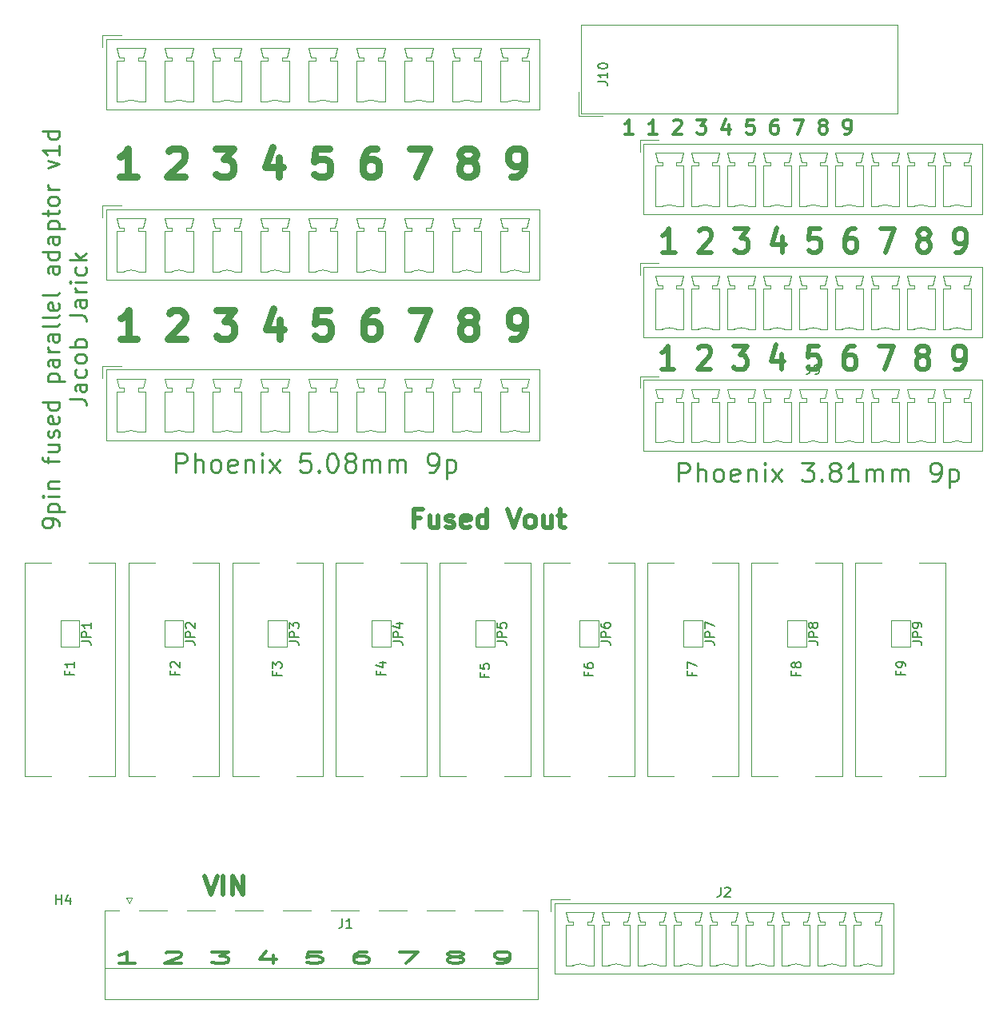
<source format=gto>
%TF.GenerationSoftware,KiCad,Pcbnew,(5.1.4)-1*%
%TF.CreationDate,2020-03-16T02:32:59+08:00*%
%TF.ProjectId,9p-parallel-fused,39702d70-6172-4616-9c6c-656c2d667573,rev?*%
%TF.SameCoordinates,Original*%
%TF.FileFunction,Legend,Top*%
%TF.FilePolarity,Positive*%
%FSLAX46Y46*%
G04 Gerber Fmt 4.6, Leading zero omitted, Abs format (unit mm)*
G04 Created by KiCad (PCBNEW (5.1.4)-1) date 2020-03-16 02:32:59*
%MOMM*%
%LPD*%
G04 APERTURE LIST*
%ADD10C,0.500000*%
%ADD11C,0.250000*%
%ADD12C,0.300000*%
%ADD13C,0.375000*%
%ADD14C,0.750000*%
%ADD15C,0.120000*%
%ADD16C,0.150000*%
%ADD17R,1.500000X1.000000*%
%ADD18O,1.800000X3.600000*%
%ADD19C,0.100000*%
%ADD20C,1.800000*%
%ADD21O,1.727200X1.727200*%
%ADD22R,1.727200X1.727200*%
%ADD23C,4.300000*%
%ADD24C,3.000000*%
G04 APERTURE END LIST*
D10*
X65609523Y-94257142D02*
X64942857Y-94257142D01*
X64942857Y-95304761D02*
X64942857Y-93304761D01*
X65895238Y-93304761D01*
X67514285Y-93971428D02*
X67514285Y-95304761D01*
X66657142Y-93971428D02*
X66657142Y-95019047D01*
X66752380Y-95209523D01*
X66942857Y-95304761D01*
X67228571Y-95304761D01*
X67419047Y-95209523D01*
X67514285Y-95114285D01*
X68371428Y-95209523D02*
X68561904Y-95304761D01*
X68942857Y-95304761D01*
X69133333Y-95209523D01*
X69228571Y-95019047D01*
X69228571Y-94923809D01*
X69133333Y-94733333D01*
X68942857Y-94638095D01*
X68657142Y-94638095D01*
X68466666Y-94542857D01*
X68371428Y-94352380D01*
X68371428Y-94257142D01*
X68466666Y-94066666D01*
X68657142Y-93971428D01*
X68942857Y-93971428D01*
X69133333Y-94066666D01*
X70847619Y-95209523D02*
X70657142Y-95304761D01*
X70276190Y-95304761D01*
X70085714Y-95209523D01*
X69990476Y-95019047D01*
X69990476Y-94257142D01*
X70085714Y-94066666D01*
X70276190Y-93971428D01*
X70657142Y-93971428D01*
X70847619Y-94066666D01*
X70942857Y-94257142D01*
X70942857Y-94447619D01*
X69990476Y-94638095D01*
X72657142Y-95304761D02*
X72657142Y-93304761D01*
X72657142Y-95209523D02*
X72466666Y-95304761D01*
X72085714Y-95304761D01*
X71895238Y-95209523D01*
X71800000Y-95114285D01*
X71704761Y-94923809D01*
X71704761Y-94352380D01*
X71800000Y-94161904D01*
X71895238Y-94066666D01*
X72085714Y-93971428D01*
X72466666Y-93971428D01*
X72657142Y-94066666D01*
X74847619Y-93304761D02*
X75514285Y-95304761D01*
X76180952Y-93304761D01*
X77133333Y-95304761D02*
X76942857Y-95209523D01*
X76847619Y-95114285D01*
X76752380Y-94923809D01*
X76752380Y-94352380D01*
X76847619Y-94161904D01*
X76942857Y-94066666D01*
X77133333Y-93971428D01*
X77419047Y-93971428D01*
X77609523Y-94066666D01*
X77704761Y-94161904D01*
X77800000Y-94352380D01*
X77800000Y-94923809D01*
X77704761Y-95114285D01*
X77609523Y-95209523D01*
X77419047Y-95304761D01*
X77133333Y-95304761D01*
X79514285Y-93971428D02*
X79514285Y-95304761D01*
X78657142Y-93971428D02*
X78657142Y-95019047D01*
X78752380Y-95209523D01*
X78942857Y-95304761D01*
X79228571Y-95304761D01*
X79419047Y-95209523D01*
X79514285Y-95114285D01*
X80180952Y-93971428D02*
X80942857Y-93971428D01*
X80466666Y-93304761D02*
X80466666Y-95019047D01*
X80561904Y-95209523D01*
X80752380Y-95304761D01*
X80942857Y-95304761D01*
X42759523Y-132164761D02*
X43426190Y-134164761D01*
X44092857Y-132164761D01*
X44759523Y-134164761D02*
X44759523Y-132164761D01*
X45711904Y-134164761D02*
X45711904Y-132164761D01*
X46854761Y-134164761D01*
X46854761Y-132164761D01*
D11*
X92988095Y-90404761D02*
X92988095Y-88404761D01*
X93750000Y-88404761D01*
X93940476Y-88500000D01*
X94035714Y-88595238D01*
X94130952Y-88785714D01*
X94130952Y-89071428D01*
X94035714Y-89261904D01*
X93940476Y-89357142D01*
X93750000Y-89452380D01*
X92988095Y-89452380D01*
X94988095Y-90404761D02*
X94988095Y-88404761D01*
X95845238Y-90404761D02*
X95845238Y-89357142D01*
X95750000Y-89166666D01*
X95559523Y-89071428D01*
X95273809Y-89071428D01*
X95083333Y-89166666D01*
X94988095Y-89261904D01*
X97083333Y-90404761D02*
X96892857Y-90309523D01*
X96797619Y-90214285D01*
X96702380Y-90023809D01*
X96702380Y-89452380D01*
X96797619Y-89261904D01*
X96892857Y-89166666D01*
X97083333Y-89071428D01*
X97369047Y-89071428D01*
X97559523Y-89166666D01*
X97654761Y-89261904D01*
X97750000Y-89452380D01*
X97750000Y-90023809D01*
X97654761Y-90214285D01*
X97559523Y-90309523D01*
X97369047Y-90404761D01*
X97083333Y-90404761D01*
X99369047Y-90309523D02*
X99178571Y-90404761D01*
X98797619Y-90404761D01*
X98607142Y-90309523D01*
X98511904Y-90119047D01*
X98511904Y-89357142D01*
X98607142Y-89166666D01*
X98797619Y-89071428D01*
X99178571Y-89071428D01*
X99369047Y-89166666D01*
X99464285Y-89357142D01*
X99464285Y-89547619D01*
X98511904Y-89738095D01*
X100321428Y-89071428D02*
X100321428Y-90404761D01*
X100321428Y-89261904D02*
X100416666Y-89166666D01*
X100607142Y-89071428D01*
X100892857Y-89071428D01*
X101083333Y-89166666D01*
X101178571Y-89357142D01*
X101178571Y-90404761D01*
X102130952Y-90404761D02*
X102130952Y-89071428D01*
X102130952Y-88404761D02*
X102035714Y-88500000D01*
X102130952Y-88595238D01*
X102226190Y-88500000D01*
X102130952Y-88404761D01*
X102130952Y-88595238D01*
X102892857Y-90404761D02*
X103940476Y-89071428D01*
X102892857Y-89071428D02*
X103940476Y-90404761D01*
X106035714Y-88404761D02*
X107273809Y-88404761D01*
X106607142Y-89166666D01*
X106892857Y-89166666D01*
X107083333Y-89261904D01*
X107178571Y-89357142D01*
X107273809Y-89547619D01*
X107273809Y-90023809D01*
X107178571Y-90214285D01*
X107083333Y-90309523D01*
X106892857Y-90404761D01*
X106321428Y-90404761D01*
X106130952Y-90309523D01*
X106035714Y-90214285D01*
X108130952Y-90214285D02*
X108226190Y-90309523D01*
X108130952Y-90404761D01*
X108035714Y-90309523D01*
X108130952Y-90214285D01*
X108130952Y-90404761D01*
X109369047Y-89261904D02*
X109178571Y-89166666D01*
X109083333Y-89071428D01*
X108988095Y-88880952D01*
X108988095Y-88785714D01*
X109083333Y-88595238D01*
X109178571Y-88500000D01*
X109369047Y-88404761D01*
X109750000Y-88404761D01*
X109940476Y-88500000D01*
X110035714Y-88595238D01*
X110130952Y-88785714D01*
X110130952Y-88880952D01*
X110035714Y-89071428D01*
X109940476Y-89166666D01*
X109750000Y-89261904D01*
X109369047Y-89261904D01*
X109178571Y-89357142D01*
X109083333Y-89452380D01*
X108988095Y-89642857D01*
X108988095Y-90023809D01*
X109083333Y-90214285D01*
X109178571Y-90309523D01*
X109369047Y-90404761D01*
X109750000Y-90404761D01*
X109940476Y-90309523D01*
X110035714Y-90214285D01*
X110130952Y-90023809D01*
X110130952Y-89642857D01*
X110035714Y-89452380D01*
X109940476Y-89357142D01*
X109750000Y-89261904D01*
X112035714Y-90404761D02*
X110892857Y-90404761D01*
X111464285Y-90404761D02*
X111464285Y-88404761D01*
X111273809Y-88690476D01*
X111083333Y-88880952D01*
X110892857Y-88976190D01*
X112892857Y-90404761D02*
X112892857Y-89071428D01*
X112892857Y-89261904D02*
X112988095Y-89166666D01*
X113178571Y-89071428D01*
X113464285Y-89071428D01*
X113654761Y-89166666D01*
X113750000Y-89357142D01*
X113750000Y-90404761D01*
X113750000Y-89357142D02*
X113845238Y-89166666D01*
X114035714Y-89071428D01*
X114321428Y-89071428D01*
X114511904Y-89166666D01*
X114607142Y-89357142D01*
X114607142Y-90404761D01*
X115559523Y-90404761D02*
X115559523Y-89071428D01*
X115559523Y-89261904D02*
X115654761Y-89166666D01*
X115845238Y-89071428D01*
X116130952Y-89071428D01*
X116321428Y-89166666D01*
X116416666Y-89357142D01*
X116416666Y-90404761D01*
X116416666Y-89357142D02*
X116511904Y-89166666D01*
X116702380Y-89071428D01*
X116988095Y-89071428D01*
X117178571Y-89166666D01*
X117273809Y-89357142D01*
X117273809Y-90404761D01*
X119845238Y-90404761D02*
X120226190Y-90404761D01*
X120416666Y-90309523D01*
X120511904Y-90214285D01*
X120702380Y-89928571D01*
X120797619Y-89547619D01*
X120797619Y-88785714D01*
X120702380Y-88595238D01*
X120607142Y-88500000D01*
X120416666Y-88404761D01*
X120035714Y-88404761D01*
X119845238Y-88500000D01*
X119750000Y-88595238D01*
X119654761Y-88785714D01*
X119654761Y-89261904D01*
X119750000Y-89452380D01*
X119845238Y-89547619D01*
X120035714Y-89642857D01*
X120416666Y-89642857D01*
X120607142Y-89547619D01*
X120702380Y-89452380D01*
X120797619Y-89261904D01*
X121654761Y-89071428D02*
X121654761Y-91071428D01*
X121654761Y-89166666D02*
X121845238Y-89071428D01*
X122226190Y-89071428D01*
X122416666Y-89166666D01*
X122511904Y-89261904D01*
X122607142Y-89452380D01*
X122607142Y-90023809D01*
X122511904Y-90214285D01*
X122416666Y-90309523D01*
X122226190Y-90404761D01*
X121845238Y-90404761D01*
X121654761Y-90309523D01*
X39738095Y-89404761D02*
X39738095Y-87404761D01*
X40500000Y-87404761D01*
X40690476Y-87500000D01*
X40785714Y-87595238D01*
X40880952Y-87785714D01*
X40880952Y-88071428D01*
X40785714Y-88261904D01*
X40690476Y-88357142D01*
X40500000Y-88452380D01*
X39738095Y-88452380D01*
X41738095Y-89404761D02*
X41738095Y-87404761D01*
X42595238Y-89404761D02*
X42595238Y-88357142D01*
X42500000Y-88166666D01*
X42309523Y-88071428D01*
X42023809Y-88071428D01*
X41833333Y-88166666D01*
X41738095Y-88261904D01*
X43833333Y-89404761D02*
X43642857Y-89309523D01*
X43547619Y-89214285D01*
X43452380Y-89023809D01*
X43452380Y-88452380D01*
X43547619Y-88261904D01*
X43642857Y-88166666D01*
X43833333Y-88071428D01*
X44119047Y-88071428D01*
X44309523Y-88166666D01*
X44404761Y-88261904D01*
X44500000Y-88452380D01*
X44500000Y-89023809D01*
X44404761Y-89214285D01*
X44309523Y-89309523D01*
X44119047Y-89404761D01*
X43833333Y-89404761D01*
X46119047Y-89309523D02*
X45928571Y-89404761D01*
X45547619Y-89404761D01*
X45357142Y-89309523D01*
X45261904Y-89119047D01*
X45261904Y-88357142D01*
X45357142Y-88166666D01*
X45547619Y-88071428D01*
X45928571Y-88071428D01*
X46119047Y-88166666D01*
X46214285Y-88357142D01*
X46214285Y-88547619D01*
X45261904Y-88738095D01*
X47071428Y-88071428D02*
X47071428Y-89404761D01*
X47071428Y-88261904D02*
X47166666Y-88166666D01*
X47357142Y-88071428D01*
X47642857Y-88071428D01*
X47833333Y-88166666D01*
X47928571Y-88357142D01*
X47928571Y-89404761D01*
X48880952Y-89404761D02*
X48880952Y-88071428D01*
X48880952Y-87404761D02*
X48785714Y-87500000D01*
X48880952Y-87595238D01*
X48976190Y-87500000D01*
X48880952Y-87404761D01*
X48880952Y-87595238D01*
X49642857Y-89404761D02*
X50690476Y-88071428D01*
X49642857Y-88071428D02*
X50690476Y-89404761D01*
X53928571Y-87404761D02*
X52976190Y-87404761D01*
X52880952Y-88357142D01*
X52976190Y-88261904D01*
X53166666Y-88166666D01*
X53642857Y-88166666D01*
X53833333Y-88261904D01*
X53928571Y-88357142D01*
X54023809Y-88547619D01*
X54023809Y-89023809D01*
X53928571Y-89214285D01*
X53833333Y-89309523D01*
X53642857Y-89404761D01*
X53166666Y-89404761D01*
X52976190Y-89309523D01*
X52880952Y-89214285D01*
X54880952Y-89214285D02*
X54976190Y-89309523D01*
X54880952Y-89404761D01*
X54785714Y-89309523D01*
X54880952Y-89214285D01*
X54880952Y-89404761D01*
X56214285Y-87404761D02*
X56404761Y-87404761D01*
X56595238Y-87500000D01*
X56690476Y-87595238D01*
X56785714Y-87785714D01*
X56880952Y-88166666D01*
X56880952Y-88642857D01*
X56785714Y-89023809D01*
X56690476Y-89214285D01*
X56595238Y-89309523D01*
X56404761Y-89404761D01*
X56214285Y-89404761D01*
X56023809Y-89309523D01*
X55928571Y-89214285D01*
X55833333Y-89023809D01*
X55738095Y-88642857D01*
X55738095Y-88166666D01*
X55833333Y-87785714D01*
X55928571Y-87595238D01*
X56023809Y-87500000D01*
X56214285Y-87404761D01*
X58023809Y-88261904D02*
X57833333Y-88166666D01*
X57738095Y-88071428D01*
X57642857Y-87880952D01*
X57642857Y-87785714D01*
X57738095Y-87595238D01*
X57833333Y-87500000D01*
X58023809Y-87404761D01*
X58404761Y-87404761D01*
X58595238Y-87500000D01*
X58690476Y-87595238D01*
X58785714Y-87785714D01*
X58785714Y-87880952D01*
X58690476Y-88071428D01*
X58595238Y-88166666D01*
X58404761Y-88261904D01*
X58023809Y-88261904D01*
X57833333Y-88357142D01*
X57738095Y-88452380D01*
X57642857Y-88642857D01*
X57642857Y-89023809D01*
X57738095Y-89214285D01*
X57833333Y-89309523D01*
X58023809Y-89404761D01*
X58404761Y-89404761D01*
X58595238Y-89309523D01*
X58690476Y-89214285D01*
X58785714Y-89023809D01*
X58785714Y-88642857D01*
X58690476Y-88452380D01*
X58595238Y-88357142D01*
X58404761Y-88261904D01*
X59642857Y-89404761D02*
X59642857Y-88071428D01*
X59642857Y-88261904D02*
X59738095Y-88166666D01*
X59928571Y-88071428D01*
X60214285Y-88071428D01*
X60404761Y-88166666D01*
X60499999Y-88357142D01*
X60499999Y-89404761D01*
X60499999Y-88357142D02*
X60595238Y-88166666D01*
X60785714Y-88071428D01*
X61071428Y-88071428D01*
X61261904Y-88166666D01*
X61357142Y-88357142D01*
X61357142Y-89404761D01*
X62309523Y-89404761D02*
X62309523Y-88071428D01*
X62309523Y-88261904D02*
X62404761Y-88166666D01*
X62595238Y-88071428D01*
X62880952Y-88071428D01*
X63071428Y-88166666D01*
X63166666Y-88357142D01*
X63166666Y-89404761D01*
X63166666Y-88357142D02*
X63261904Y-88166666D01*
X63452380Y-88071428D01*
X63738095Y-88071428D01*
X63928571Y-88166666D01*
X64023809Y-88357142D01*
X64023809Y-89404761D01*
X66595238Y-89404761D02*
X66976190Y-89404761D01*
X67166666Y-89309523D01*
X67261904Y-89214285D01*
X67452380Y-88928571D01*
X67547619Y-88547619D01*
X67547619Y-87785714D01*
X67452380Y-87595238D01*
X67357142Y-87500000D01*
X67166666Y-87404761D01*
X66785714Y-87404761D01*
X66595238Y-87500000D01*
X66500000Y-87595238D01*
X66404761Y-87785714D01*
X66404761Y-88261904D01*
X66500000Y-88452380D01*
X66595238Y-88547619D01*
X66785714Y-88642857D01*
X67166666Y-88642857D01*
X67357142Y-88547619D01*
X67452380Y-88452380D01*
X67547619Y-88261904D01*
X68404761Y-88071428D02*
X68404761Y-90071428D01*
X68404761Y-88166666D02*
X68595238Y-88071428D01*
X68976190Y-88071428D01*
X69166666Y-88166666D01*
X69261904Y-88261904D01*
X69357142Y-88452380D01*
X69357142Y-89023809D01*
X69261904Y-89214285D01*
X69166666Y-89309523D01*
X68976190Y-89404761D01*
X68595238Y-89404761D01*
X68404761Y-89309523D01*
X27354166Y-95125000D02*
X27354166Y-94791666D01*
X27270833Y-94625000D01*
X27187500Y-94541666D01*
X26937500Y-94375000D01*
X26604166Y-94291666D01*
X25937500Y-94291666D01*
X25770833Y-94375000D01*
X25687500Y-94458333D01*
X25604166Y-94625000D01*
X25604166Y-94958333D01*
X25687500Y-95125000D01*
X25770833Y-95208333D01*
X25937500Y-95291666D01*
X26354166Y-95291666D01*
X26520833Y-95208333D01*
X26604166Y-95125000D01*
X26687500Y-94958333D01*
X26687500Y-94625000D01*
X26604166Y-94458333D01*
X26520833Y-94375000D01*
X26354166Y-94291666D01*
X26187500Y-93541666D02*
X27937500Y-93541666D01*
X26270833Y-93541666D02*
X26187500Y-93375000D01*
X26187500Y-93041666D01*
X26270833Y-92875000D01*
X26354166Y-92791666D01*
X26520833Y-92708333D01*
X27020833Y-92708333D01*
X27187500Y-92791666D01*
X27270833Y-92875000D01*
X27354166Y-93041666D01*
X27354166Y-93375000D01*
X27270833Y-93541666D01*
X27354166Y-91958333D02*
X26187500Y-91958333D01*
X25604166Y-91958333D02*
X25687500Y-92041666D01*
X25770833Y-91958333D01*
X25687500Y-91875000D01*
X25604166Y-91958333D01*
X25770833Y-91958333D01*
X26187500Y-91125000D02*
X27354166Y-91125000D01*
X26354166Y-91125000D02*
X26270833Y-91041666D01*
X26187500Y-90875000D01*
X26187500Y-90625000D01*
X26270833Y-90458333D01*
X26437500Y-90375000D01*
X27354166Y-90375000D01*
X26187500Y-88458333D02*
X26187500Y-87791666D01*
X27354166Y-88208333D02*
X25854166Y-88208333D01*
X25687500Y-88125000D01*
X25604166Y-87958333D01*
X25604166Y-87791666D01*
X26187500Y-86458333D02*
X27354166Y-86458333D01*
X26187500Y-87208333D02*
X27104166Y-87208333D01*
X27270833Y-87125000D01*
X27354166Y-86958333D01*
X27354166Y-86708333D01*
X27270833Y-86541666D01*
X27187500Y-86458333D01*
X27270833Y-85708333D02*
X27354166Y-85541666D01*
X27354166Y-85208333D01*
X27270833Y-85041666D01*
X27104166Y-84958333D01*
X27020833Y-84958333D01*
X26854166Y-85041666D01*
X26770833Y-85208333D01*
X26770833Y-85458333D01*
X26687500Y-85625000D01*
X26520833Y-85708333D01*
X26437500Y-85708333D01*
X26270833Y-85625000D01*
X26187500Y-85458333D01*
X26187500Y-85208333D01*
X26270833Y-85041666D01*
X27270833Y-83541666D02*
X27354166Y-83708333D01*
X27354166Y-84041666D01*
X27270833Y-84208333D01*
X27104166Y-84291666D01*
X26437500Y-84291666D01*
X26270833Y-84208333D01*
X26187500Y-84041666D01*
X26187500Y-83708333D01*
X26270833Y-83541666D01*
X26437500Y-83458333D01*
X26604166Y-83458333D01*
X26770833Y-84291666D01*
X27354166Y-81958333D02*
X25604166Y-81958333D01*
X27270833Y-81958333D02*
X27354166Y-82125000D01*
X27354166Y-82458333D01*
X27270833Y-82625000D01*
X27187500Y-82708333D01*
X27020833Y-82791666D01*
X26520833Y-82791666D01*
X26354166Y-82708333D01*
X26270833Y-82625000D01*
X26187500Y-82458333D01*
X26187500Y-82125000D01*
X26270833Y-81958333D01*
X26187500Y-79791666D02*
X27937500Y-79791666D01*
X26270833Y-79791666D02*
X26187500Y-79625000D01*
X26187500Y-79291666D01*
X26270833Y-79125000D01*
X26354166Y-79041666D01*
X26520833Y-78958333D01*
X27020833Y-78958333D01*
X27187500Y-79041666D01*
X27270833Y-79125000D01*
X27354166Y-79291666D01*
X27354166Y-79625000D01*
X27270833Y-79791666D01*
X27354166Y-77458333D02*
X26437500Y-77458333D01*
X26270833Y-77541666D01*
X26187500Y-77708333D01*
X26187500Y-78041666D01*
X26270833Y-78208333D01*
X27270833Y-77458333D02*
X27354166Y-77625000D01*
X27354166Y-78041666D01*
X27270833Y-78208333D01*
X27104166Y-78291666D01*
X26937500Y-78291666D01*
X26770833Y-78208333D01*
X26687500Y-78041666D01*
X26687500Y-77625000D01*
X26604166Y-77458333D01*
X27354166Y-76625000D02*
X26187500Y-76625000D01*
X26520833Y-76625000D02*
X26354166Y-76541666D01*
X26270833Y-76458333D01*
X26187500Y-76291666D01*
X26187500Y-76125000D01*
X27354166Y-74791666D02*
X26437500Y-74791666D01*
X26270833Y-74875000D01*
X26187500Y-75041666D01*
X26187500Y-75375000D01*
X26270833Y-75541666D01*
X27270833Y-74791666D02*
X27354166Y-74958333D01*
X27354166Y-75375000D01*
X27270833Y-75541666D01*
X27104166Y-75625000D01*
X26937500Y-75625000D01*
X26770833Y-75541666D01*
X26687500Y-75375000D01*
X26687500Y-74958333D01*
X26604166Y-74791666D01*
X27354166Y-73708333D02*
X27270833Y-73875000D01*
X27104166Y-73958333D01*
X25604166Y-73958333D01*
X27354166Y-72791666D02*
X27270833Y-72958333D01*
X27104166Y-73041666D01*
X25604166Y-73041666D01*
X27270833Y-71458333D02*
X27354166Y-71625000D01*
X27354166Y-71958333D01*
X27270833Y-72125000D01*
X27104166Y-72208333D01*
X26437500Y-72208333D01*
X26270833Y-72125000D01*
X26187500Y-71958333D01*
X26187500Y-71625000D01*
X26270833Y-71458333D01*
X26437500Y-71375000D01*
X26604166Y-71375000D01*
X26770833Y-72208333D01*
X27354166Y-70375000D02*
X27270833Y-70541666D01*
X27104166Y-70625000D01*
X25604166Y-70625000D01*
X27354166Y-67625000D02*
X26437500Y-67625000D01*
X26270833Y-67708333D01*
X26187500Y-67875000D01*
X26187500Y-68208333D01*
X26270833Y-68375000D01*
X27270833Y-67625000D02*
X27354166Y-67791666D01*
X27354166Y-68208333D01*
X27270833Y-68375000D01*
X27104166Y-68458333D01*
X26937500Y-68458333D01*
X26770833Y-68375000D01*
X26687500Y-68208333D01*
X26687500Y-67791666D01*
X26604166Y-67625000D01*
X27354166Y-66041666D02*
X25604166Y-66041666D01*
X27270833Y-66041666D02*
X27354166Y-66208333D01*
X27354166Y-66541666D01*
X27270833Y-66708333D01*
X27187500Y-66791666D01*
X27020833Y-66875000D01*
X26520833Y-66875000D01*
X26354166Y-66791666D01*
X26270833Y-66708333D01*
X26187500Y-66541666D01*
X26187500Y-66208333D01*
X26270833Y-66041666D01*
X27354166Y-64458333D02*
X26437500Y-64458333D01*
X26270833Y-64541666D01*
X26187500Y-64708333D01*
X26187500Y-65041666D01*
X26270833Y-65208333D01*
X27270833Y-64458333D02*
X27354166Y-64625000D01*
X27354166Y-65041666D01*
X27270833Y-65208333D01*
X27104166Y-65291666D01*
X26937500Y-65291666D01*
X26770833Y-65208333D01*
X26687500Y-65041666D01*
X26687500Y-64625000D01*
X26604166Y-64458333D01*
X26187500Y-63625000D02*
X27937500Y-63625000D01*
X26270833Y-63625000D02*
X26187500Y-63458333D01*
X26187500Y-63125000D01*
X26270833Y-62958333D01*
X26354166Y-62875000D01*
X26520833Y-62791666D01*
X27020833Y-62791666D01*
X27187500Y-62875000D01*
X27270833Y-62958333D01*
X27354166Y-63125000D01*
X27354166Y-63458333D01*
X27270833Y-63625000D01*
X26187500Y-62291666D02*
X26187500Y-61625000D01*
X25604166Y-62041666D02*
X27104166Y-62041666D01*
X27270833Y-61958333D01*
X27354166Y-61791666D01*
X27354166Y-61625000D01*
X27354166Y-60791666D02*
X27270833Y-60958333D01*
X27187500Y-61041666D01*
X27020833Y-61125000D01*
X26520833Y-61125000D01*
X26354166Y-61041666D01*
X26270833Y-60958333D01*
X26187500Y-60791666D01*
X26187500Y-60541666D01*
X26270833Y-60375000D01*
X26354166Y-60291666D01*
X26520833Y-60208333D01*
X27020833Y-60208333D01*
X27187500Y-60291666D01*
X27270833Y-60375000D01*
X27354166Y-60541666D01*
X27354166Y-60791666D01*
X27354166Y-59458333D02*
X26187500Y-59458333D01*
X26520833Y-59458333D02*
X26354166Y-59375000D01*
X26270833Y-59291666D01*
X26187500Y-59125000D01*
X26187500Y-58958333D01*
X26187500Y-57208333D02*
X27354166Y-56791666D01*
X26187500Y-56375000D01*
X27354166Y-54791666D02*
X27354166Y-55791666D01*
X27354166Y-55291666D02*
X25604166Y-55291666D01*
X25854166Y-55458333D01*
X26020833Y-55625000D01*
X26104166Y-55791666D01*
X27354166Y-53291666D02*
X25604166Y-53291666D01*
X27270833Y-53291666D02*
X27354166Y-53458333D01*
X27354166Y-53791666D01*
X27270833Y-53958333D01*
X27187500Y-54041666D01*
X27020833Y-54125000D01*
X26520833Y-54125000D01*
X26354166Y-54041666D01*
X26270833Y-53958333D01*
X26187500Y-53791666D01*
X26187500Y-53458333D01*
X26270833Y-53291666D01*
X28479166Y-81666666D02*
X29729166Y-81666666D01*
X29979166Y-81750000D01*
X30145833Y-81916666D01*
X30229166Y-82166666D01*
X30229166Y-82333333D01*
X30229166Y-80083333D02*
X29312500Y-80083333D01*
X29145833Y-80166666D01*
X29062500Y-80333333D01*
X29062500Y-80666666D01*
X29145833Y-80833333D01*
X30145833Y-80083333D02*
X30229166Y-80250000D01*
X30229166Y-80666666D01*
X30145833Y-80833333D01*
X29979166Y-80916666D01*
X29812500Y-80916666D01*
X29645833Y-80833333D01*
X29562500Y-80666666D01*
X29562500Y-80250000D01*
X29479166Y-80083333D01*
X30145833Y-78500000D02*
X30229166Y-78666666D01*
X30229166Y-79000000D01*
X30145833Y-79166666D01*
X30062500Y-79250000D01*
X29895833Y-79333333D01*
X29395833Y-79333333D01*
X29229166Y-79250000D01*
X29145833Y-79166666D01*
X29062500Y-79000000D01*
X29062500Y-78666666D01*
X29145833Y-78500000D01*
X30229166Y-77500000D02*
X30145833Y-77666666D01*
X30062500Y-77750000D01*
X29895833Y-77833333D01*
X29395833Y-77833333D01*
X29229166Y-77750000D01*
X29145833Y-77666666D01*
X29062500Y-77500000D01*
X29062500Y-77250000D01*
X29145833Y-77083333D01*
X29229166Y-77000000D01*
X29395833Y-76916666D01*
X29895833Y-76916666D01*
X30062500Y-77000000D01*
X30145833Y-77083333D01*
X30229166Y-77250000D01*
X30229166Y-77500000D01*
X30229166Y-76166666D02*
X28479166Y-76166666D01*
X29145833Y-76166666D02*
X29062500Y-76000000D01*
X29062500Y-75666666D01*
X29145833Y-75500000D01*
X29229166Y-75416666D01*
X29395833Y-75333333D01*
X29895833Y-75333333D01*
X30062500Y-75416666D01*
X30145833Y-75500000D01*
X30229166Y-75666666D01*
X30229166Y-76000000D01*
X30145833Y-76166666D01*
X28479166Y-72750000D02*
X29729166Y-72750000D01*
X29979166Y-72833333D01*
X30145833Y-73000000D01*
X30229166Y-73250000D01*
X30229166Y-73416666D01*
X30229166Y-71166666D02*
X29312500Y-71166666D01*
X29145833Y-71250000D01*
X29062500Y-71416666D01*
X29062500Y-71750000D01*
X29145833Y-71916666D01*
X30145833Y-71166666D02*
X30229166Y-71333333D01*
X30229166Y-71750000D01*
X30145833Y-71916666D01*
X29979166Y-72000000D01*
X29812500Y-72000000D01*
X29645833Y-71916666D01*
X29562500Y-71750000D01*
X29562500Y-71333333D01*
X29479166Y-71166666D01*
X30229166Y-70333333D02*
X29062500Y-70333333D01*
X29395833Y-70333333D02*
X29229166Y-70250000D01*
X29145833Y-70166666D01*
X29062500Y-70000000D01*
X29062500Y-69833333D01*
X30229166Y-69250000D02*
X29062500Y-69250000D01*
X28479166Y-69250000D02*
X28562500Y-69333333D01*
X28645833Y-69250000D01*
X28562500Y-69166666D01*
X28479166Y-69250000D01*
X28645833Y-69250000D01*
X30145833Y-67666666D02*
X30229166Y-67833333D01*
X30229166Y-68166666D01*
X30145833Y-68333333D01*
X30062500Y-68416666D01*
X29895833Y-68500000D01*
X29395833Y-68500000D01*
X29229166Y-68416666D01*
X29145833Y-68333333D01*
X29062500Y-68166666D01*
X29062500Y-67833333D01*
X29145833Y-67666666D01*
X30229166Y-66916666D02*
X28479166Y-66916666D01*
X29562500Y-66750000D02*
X30229166Y-66250000D01*
X29062500Y-66250000D02*
X29729166Y-66916666D01*
D12*
X35382857Y-141412857D02*
X33725714Y-141412857D01*
X34554285Y-141412857D02*
X34554285Y-140212857D01*
X34278095Y-140384285D01*
X34001904Y-140498571D01*
X33725714Y-140555714D01*
X38697142Y-140327142D02*
X38835238Y-140270000D01*
X39111428Y-140212857D01*
X39801904Y-140212857D01*
X40078095Y-140270000D01*
X40216190Y-140327142D01*
X40354285Y-140441428D01*
X40354285Y-140555714D01*
X40216190Y-140727142D01*
X38559047Y-141412857D01*
X40354285Y-141412857D01*
X43530476Y-140212857D02*
X45325714Y-140212857D01*
X44359047Y-140670000D01*
X44773333Y-140670000D01*
X45049523Y-140727142D01*
X45187619Y-140784285D01*
X45325714Y-140898571D01*
X45325714Y-141184285D01*
X45187619Y-141298571D01*
X45049523Y-141355714D01*
X44773333Y-141412857D01*
X43944761Y-141412857D01*
X43668571Y-141355714D01*
X43530476Y-141298571D01*
X50020952Y-140612857D02*
X50020952Y-141412857D01*
X49330476Y-140155714D02*
X48640000Y-141012857D01*
X50435238Y-141012857D01*
X55130476Y-140212857D02*
X53749523Y-140212857D01*
X53611428Y-140784285D01*
X53749523Y-140727142D01*
X54025714Y-140670000D01*
X54716190Y-140670000D01*
X54992380Y-140727142D01*
X55130476Y-140784285D01*
X55268571Y-140898571D01*
X55268571Y-141184285D01*
X55130476Y-141298571D01*
X54992380Y-141355714D01*
X54716190Y-141412857D01*
X54025714Y-141412857D01*
X53749523Y-141355714D01*
X53611428Y-141298571D01*
X59963809Y-140212857D02*
X59411428Y-140212857D01*
X59135238Y-140270000D01*
X58997142Y-140327142D01*
X58720952Y-140498571D01*
X58582857Y-140727142D01*
X58582857Y-141184285D01*
X58720952Y-141298571D01*
X58859047Y-141355714D01*
X59135238Y-141412857D01*
X59687619Y-141412857D01*
X59963809Y-141355714D01*
X60101904Y-141298571D01*
X60240000Y-141184285D01*
X60240000Y-140898571D01*
X60101904Y-140784285D01*
X59963809Y-140727142D01*
X59687619Y-140670000D01*
X59135238Y-140670000D01*
X58859047Y-140727142D01*
X58720952Y-140784285D01*
X58582857Y-140898571D01*
X63416190Y-140212857D02*
X65349523Y-140212857D01*
X64106666Y-141412857D01*
X69078095Y-140727142D02*
X68801904Y-140670000D01*
X68663809Y-140612857D01*
X68525714Y-140498571D01*
X68525714Y-140441428D01*
X68663809Y-140327142D01*
X68801904Y-140270000D01*
X69078095Y-140212857D01*
X69630476Y-140212857D01*
X69906666Y-140270000D01*
X70044761Y-140327142D01*
X70182857Y-140441428D01*
X70182857Y-140498571D01*
X70044761Y-140612857D01*
X69906666Y-140670000D01*
X69630476Y-140727142D01*
X69078095Y-140727142D01*
X68801904Y-140784285D01*
X68663809Y-140841428D01*
X68525714Y-140955714D01*
X68525714Y-141184285D01*
X68663809Y-141298571D01*
X68801904Y-141355714D01*
X69078095Y-141412857D01*
X69630476Y-141412857D01*
X69906666Y-141355714D01*
X70044761Y-141298571D01*
X70182857Y-141184285D01*
X70182857Y-140955714D01*
X70044761Y-140841428D01*
X69906666Y-140784285D01*
X69630476Y-140727142D01*
X73773333Y-141412857D02*
X74325714Y-141412857D01*
X74601904Y-141355714D01*
X74739999Y-141298571D01*
X75016190Y-141127142D01*
X75154285Y-140898571D01*
X75154285Y-140441428D01*
X75016190Y-140327142D01*
X74878095Y-140270000D01*
X74601904Y-140212857D01*
X74049523Y-140212857D01*
X73773333Y-140270000D01*
X73635238Y-140327142D01*
X73497142Y-140441428D01*
X73497142Y-140727142D01*
X73635238Y-140841428D01*
X73773333Y-140898571D01*
X74049523Y-140955714D01*
X74601904Y-140955714D01*
X74878095Y-140898571D01*
X75016190Y-140841428D01*
X75154285Y-140727142D01*
D13*
X88157142Y-53578571D02*
X87300000Y-53578571D01*
X87728571Y-53578571D02*
X87728571Y-52078571D01*
X87585714Y-52292857D01*
X87442857Y-52435714D01*
X87300000Y-52507142D01*
X90728571Y-53578571D02*
X89871428Y-53578571D01*
X90300000Y-53578571D02*
X90300000Y-52078571D01*
X90157142Y-52292857D01*
X90014285Y-52435714D01*
X89871428Y-52507142D01*
X92442857Y-52221428D02*
X92514285Y-52150000D01*
X92657142Y-52078571D01*
X93014285Y-52078571D01*
X93157142Y-52150000D01*
X93228571Y-52221428D01*
X93300000Y-52364285D01*
X93300000Y-52507142D01*
X93228571Y-52721428D01*
X92371428Y-53578571D01*
X93300000Y-53578571D01*
X94942857Y-52078571D02*
X95871428Y-52078571D01*
X95371428Y-52650000D01*
X95585714Y-52650000D01*
X95728571Y-52721428D01*
X95800000Y-52792857D01*
X95871428Y-52935714D01*
X95871428Y-53292857D01*
X95800000Y-53435714D01*
X95728571Y-53507142D01*
X95585714Y-53578571D01*
X95157142Y-53578571D01*
X95014285Y-53507142D01*
X94942857Y-53435714D01*
X98300000Y-52578571D02*
X98300000Y-53578571D01*
X97942857Y-52007142D02*
X97585714Y-53078571D01*
X98514285Y-53078571D01*
X100942857Y-52078571D02*
X100228571Y-52078571D01*
X100157142Y-52792857D01*
X100228571Y-52721428D01*
X100371428Y-52650000D01*
X100728571Y-52650000D01*
X100871428Y-52721428D01*
X100942857Y-52792857D01*
X101014285Y-52935714D01*
X101014285Y-53292857D01*
X100942857Y-53435714D01*
X100871428Y-53507142D01*
X100728571Y-53578571D01*
X100371428Y-53578571D01*
X100228571Y-53507142D01*
X100157142Y-53435714D01*
X103442857Y-52078571D02*
X103157142Y-52078571D01*
X103014285Y-52150000D01*
X102942857Y-52221428D01*
X102800000Y-52435714D01*
X102728571Y-52721428D01*
X102728571Y-53292857D01*
X102800000Y-53435714D01*
X102871428Y-53507142D01*
X103014285Y-53578571D01*
X103300000Y-53578571D01*
X103442857Y-53507142D01*
X103514285Y-53435714D01*
X103585714Y-53292857D01*
X103585714Y-52935714D01*
X103514285Y-52792857D01*
X103442857Y-52721428D01*
X103300000Y-52650000D01*
X103014285Y-52650000D01*
X102871428Y-52721428D01*
X102800000Y-52792857D01*
X102728571Y-52935714D01*
X105228571Y-52078571D02*
X106228571Y-52078571D01*
X105585714Y-53578571D01*
X108157142Y-52721428D02*
X108014285Y-52650000D01*
X107942857Y-52578571D01*
X107871428Y-52435714D01*
X107871428Y-52364285D01*
X107942857Y-52221428D01*
X108014285Y-52150000D01*
X108157142Y-52078571D01*
X108442857Y-52078571D01*
X108585714Y-52150000D01*
X108657142Y-52221428D01*
X108728571Y-52364285D01*
X108728571Y-52435714D01*
X108657142Y-52578571D01*
X108585714Y-52650000D01*
X108442857Y-52721428D01*
X108157142Y-52721428D01*
X108014285Y-52792857D01*
X107942857Y-52864285D01*
X107871428Y-53007142D01*
X107871428Y-53292857D01*
X107942857Y-53435714D01*
X108014285Y-53507142D01*
X108157142Y-53578571D01*
X108442857Y-53578571D01*
X108585714Y-53507142D01*
X108657142Y-53435714D01*
X108728571Y-53292857D01*
X108728571Y-53007142D01*
X108657142Y-52864285D01*
X108585714Y-52792857D01*
X108442857Y-52721428D01*
X110585714Y-53578571D02*
X110871428Y-53578571D01*
X111014285Y-53507142D01*
X111085714Y-53435714D01*
X111228571Y-53221428D01*
X111300000Y-52935714D01*
X111300000Y-52364285D01*
X111228571Y-52221428D01*
X111157142Y-52150000D01*
X111014285Y-52078571D01*
X110728571Y-52078571D01*
X110585714Y-52150000D01*
X110514285Y-52221428D01*
X110442857Y-52364285D01*
X110442857Y-52721428D01*
X110514285Y-52864285D01*
X110585714Y-52935714D01*
X110728571Y-53007142D01*
X111014285Y-53007142D01*
X111157142Y-52935714D01*
X111228571Y-52864285D01*
X111300000Y-52721428D01*
D10*
X92514285Y-78530952D02*
X91228571Y-78530952D01*
X91871428Y-78530952D02*
X91871428Y-76030952D01*
X91657142Y-76388095D01*
X91442857Y-76626190D01*
X91228571Y-76745238D01*
X95085714Y-76269047D02*
X95192857Y-76150000D01*
X95407142Y-76030952D01*
X95942857Y-76030952D01*
X96157142Y-76150000D01*
X96264285Y-76269047D01*
X96371428Y-76507142D01*
X96371428Y-76745238D01*
X96264285Y-77102380D01*
X94978571Y-78530952D01*
X96371428Y-78530952D01*
X98835714Y-76030952D02*
X100228571Y-76030952D01*
X99478571Y-76983333D01*
X99800000Y-76983333D01*
X100014285Y-77102380D01*
X100121428Y-77221428D01*
X100228571Y-77459523D01*
X100228571Y-78054761D01*
X100121428Y-78292857D01*
X100014285Y-78411904D01*
X99800000Y-78530952D01*
X99157142Y-78530952D01*
X98942857Y-78411904D01*
X98835714Y-78292857D01*
X103871428Y-76864285D02*
X103871428Y-78530952D01*
X103335714Y-75911904D02*
X102800000Y-77697619D01*
X104192857Y-77697619D01*
X107835714Y-76030952D02*
X106764285Y-76030952D01*
X106657142Y-77221428D01*
X106764285Y-77102380D01*
X106978571Y-76983333D01*
X107514285Y-76983333D01*
X107728571Y-77102380D01*
X107835714Y-77221428D01*
X107942857Y-77459523D01*
X107942857Y-78054761D01*
X107835714Y-78292857D01*
X107728571Y-78411904D01*
X107514285Y-78530952D01*
X106978571Y-78530952D01*
X106764285Y-78411904D01*
X106657142Y-78292857D01*
X111585714Y-76030952D02*
X111157142Y-76030952D01*
X110942857Y-76150000D01*
X110835714Y-76269047D01*
X110621428Y-76626190D01*
X110514285Y-77102380D01*
X110514285Y-78054761D01*
X110621428Y-78292857D01*
X110728571Y-78411904D01*
X110942857Y-78530952D01*
X111371428Y-78530952D01*
X111585714Y-78411904D01*
X111692857Y-78292857D01*
X111800000Y-78054761D01*
X111800000Y-77459523D01*
X111692857Y-77221428D01*
X111585714Y-77102380D01*
X111371428Y-76983333D01*
X110942857Y-76983333D01*
X110728571Y-77102380D01*
X110621428Y-77221428D01*
X110514285Y-77459523D01*
X114264285Y-76030952D02*
X115764285Y-76030952D01*
X114800000Y-78530952D01*
X118657142Y-77102380D02*
X118442857Y-76983333D01*
X118335714Y-76864285D01*
X118228571Y-76626190D01*
X118228571Y-76507142D01*
X118335714Y-76269047D01*
X118442857Y-76150000D01*
X118657142Y-76030952D01*
X119085714Y-76030952D01*
X119300000Y-76150000D01*
X119407142Y-76269047D01*
X119514285Y-76507142D01*
X119514285Y-76626190D01*
X119407142Y-76864285D01*
X119300000Y-76983333D01*
X119085714Y-77102380D01*
X118657142Y-77102380D01*
X118442857Y-77221428D01*
X118335714Y-77340476D01*
X118228571Y-77578571D01*
X118228571Y-78054761D01*
X118335714Y-78292857D01*
X118442857Y-78411904D01*
X118657142Y-78530952D01*
X119085714Y-78530952D01*
X119300000Y-78411904D01*
X119407142Y-78292857D01*
X119514285Y-78054761D01*
X119514285Y-77578571D01*
X119407142Y-77340476D01*
X119300000Y-77221428D01*
X119085714Y-77102380D01*
X122300000Y-78530952D02*
X122728571Y-78530952D01*
X122942857Y-78411904D01*
X123050000Y-78292857D01*
X123264285Y-77935714D01*
X123371428Y-77459523D01*
X123371428Y-76507142D01*
X123264285Y-76269047D01*
X123157142Y-76150000D01*
X122942857Y-76030952D01*
X122514285Y-76030952D01*
X122300000Y-76150000D01*
X122192857Y-76269047D01*
X122085714Y-76507142D01*
X122085714Y-77102380D01*
X122192857Y-77340476D01*
X122300000Y-77459523D01*
X122514285Y-77578571D01*
X122942857Y-77578571D01*
X123157142Y-77459523D01*
X123264285Y-77340476D01*
X123371428Y-77102380D01*
X92614285Y-66130952D02*
X91328571Y-66130952D01*
X91971428Y-66130952D02*
X91971428Y-63630952D01*
X91757142Y-63988095D01*
X91542857Y-64226190D01*
X91328571Y-64345238D01*
X95185714Y-63869047D02*
X95292857Y-63750000D01*
X95507142Y-63630952D01*
X96042857Y-63630952D01*
X96257142Y-63750000D01*
X96364285Y-63869047D01*
X96471428Y-64107142D01*
X96471428Y-64345238D01*
X96364285Y-64702380D01*
X95078571Y-66130952D01*
X96471428Y-66130952D01*
X98935714Y-63630952D02*
X100328571Y-63630952D01*
X99578571Y-64583333D01*
X99900000Y-64583333D01*
X100114285Y-64702380D01*
X100221428Y-64821428D01*
X100328571Y-65059523D01*
X100328571Y-65654761D01*
X100221428Y-65892857D01*
X100114285Y-66011904D01*
X99900000Y-66130952D01*
X99257142Y-66130952D01*
X99042857Y-66011904D01*
X98935714Y-65892857D01*
X103971428Y-64464285D02*
X103971428Y-66130952D01*
X103435714Y-63511904D02*
X102900000Y-65297619D01*
X104292857Y-65297619D01*
X107935714Y-63630952D02*
X106864285Y-63630952D01*
X106757142Y-64821428D01*
X106864285Y-64702380D01*
X107078571Y-64583333D01*
X107614285Y-64583333D01*
X107828571Y-64702380D01*
X107935714Y-64821428D01*
X108042857Y-65059523D01*
X108042857Y-65654761D01*
X107935714Y-65892857D01*
X107828571Y-66011904D01*
X107614285Y-66130952D01*
X107078571Y-66130952D01*
X106864285Y-66011904D01*
X106757142Y-65892857D01*
X111685714Y-63630952D02*
X111257142Y-63630952D01*
X111042857Y-63750000D01*
X110935714Y-63869047D01*
X110721428Y-64226190D01*
X110614285Y-64702380D01*
X110614285Y-65654761D01*
X110721428Y-65892857D01*
X110828571Y-66011904D01*
X111042857Y-66130952D01*
X111471428Y-66130952D01*
X111685714Y-66011904D01*
X111792857Y-65892857D01*
X111900000Y-65654761D01*
X111900000Y-65059523D01*
X111792857Y-64821428D01*
X111685714Y-64702380D01*
X111471428Y-64583333D01*
X111042857Y-64583333D01*
X110828571Y-64702380D01*
X110721428Y-64821428D01*
X110614285Y-65059523D01*
X114364285Y-63630952D02*
X115864285Y-63630952D01*
X114900000Y-66130952D01*
X118757142Y-64702380D02*
X118542857Y-64583333D01*
X118435714Y-64464285D01*
X118328571Y-64226190D01*
X118328571Y-64107142D01*
X118435714Y-63869047D01*
X118542857Y-63750000D01*
X118757142Y-63630952D01*
X119185714Y-63630952D01*
X119400000Y-63750000D01*
X119507142Y-63869047D01*
X119614285Y-64107142D01*
X119614285Y-64226190D01*
X119507142Y-64464285D01*
X119400000Y-64583333D01*
X119185714Y-64702380D01*
X118757142Y-64702380D01*
X118542857Y-64821428D01*
X118435714Y-64940476D01*
X118328571Y-65178571D01*
X118328571Y-65654761D01*
X118435714Y-65892857D01*
X118542857Y-66011904D01*
X118757142Y-66130952D01*
X119185714Y-66130952D01*
X119400000Y-66011904D01*
X119507142Y-65892857D01*
X119614285Y-65654761D01*
X119614285Y-65178571D01*
X119507142Y-64940476D01*
X119400000Y-64821428D01*
X119185714Y-64702380D01*
X122400000Y-66130952D02*
X122828571Y-66130952D01*
X123042857Y-66011904D01*
X123150000Y-65892857D01*
X123364285Y-65535714D01*
X123471428Y-65059523D01*
X123471428Y-64107142D01*
X123364285Y-63869047D01*
X123257142Y-63750000D01*
X123042857Y-63630952D01*
X122614285Y-63630952D01*
X122400000Y-63750000D01*
X122292857Y-63869047D01*
X122185714Y-64107142D01*
X122185714Y-64702380D01*
X122292857Y-64940476D01*
X122400000Y-65059523D01*
X122614285Y-65178571D01*
X123042857Y-65178571D01*
X123257142Y-65059523D01*
X123364285Y-64940476D01*
X123471428Y-64702380D01*
D14*
X35585714Y-75257142D02*
X33871428Y-75257142D01*
X34728571Y-75257142D02*
X34728571Y-72257142D01*
X34442857Y-72685714D01*
X34157142Y-72971428D01*
X33871428Y-73114285D01*
X39014285Y-72542857D02*
X39157142Y-72400000D01*
X39442857Y-72257142D01*
X40157142Y-72257142D01*
X40442857Y-72400000D01*
X40585714Y-72542857D01*
X40728571Y-72828571D01*
X40728571Y-73114285D01*
X40585714Y-73542857D01*
X38871428Y-75257142D01*
X40728571Y-75257142D01*
X44014285Y-72257142D02*
X45871428Y-72257142D01*
X44871428Y-73400000D01*
X45300000Y-73400000D01*
X45585714Y-73542857D01*
X45728571Y-73685714D01*
X45871428Y-73971428D01*
X45871428Y-74685714D01*
X45728571Y-74971428D01*
X45585714Y-75114285D01*
X45300000Y-75257142D01*
X44442857Y-75257142D01*
X44157142Y-75114285D01*
X44014285Y-74971428D01*
X50728571Y-73257142D02*
X50728571Y-75257142D01*
X50014285Y-72114285D02*
X49300000Y-74257142D01*
X51157142Y-74257142D01*
X56014285Y-72257142D02*
X54585714Y-72257142D01*
X54442857Y-73685714D01*
X54585714Y-73542857D01*
X54871428Y-73400000D01*
X55585714Y-73400000D01*
X55871428Y-73542857D01*
X56014285Y-73685714D01*
X56157142Y-73971428D01*
X56157142Y-74685714D01*
X56014285Y-74971428D01*
X55871428Y-75114285D01*
X55585714Y-75257142D01*
X54871428Y-75257142D01*
X54585714Y-75114285D01*
X54442857Y-74971428D01*
X61014285Y-72257142D02*
X60442857Y-72257142D01*
X60157142Y-72400000D01*
X60014285Y-72542857D01*
X59728571Y-72971428D01*
X59585714Y-73542857D01*
X59585714Y-74685714D01*
X59728571Y-74971428D01*
X59871428Y-75114285D01*
X60157142Y-75257142D01*
X60728571Y-75257142D01*
X61014285Y-75114285D01*
X61157142Y-74971428D01*
X61299999Y-74685714D01*
X61299999Y-73971428D01*
X61157142Y-73685714D01*
X61014285Y-73542857D01*
X60728571Y-73400000D01*
X60157142Y-73400000D01*
X59871428Y-73542857D01*
X59728571Y-73685714D01*
X59585714Y-73971428D01*
X64585714Y-72257142D02*
X66585714Y-72257142D01*
X65299999Y-75257142D01*
X70442857Y-73542857D02*
X70157142Y-73400000D01*
X70014285Y-73257142D01*
X69871428Y-72971428D01*
X69871428Y-72828571D01*
X70014285Y-72542857D01*
X70157142Y-72400000D01*
X70442857Y-72257142D01*
X71014285Y-72257142D01*
X71300000Y-72400000D01*
X71442857Y-72542857D01*
X71585714Y-72828571D01*
X71585714Y-72971428D01*
X71442857Y-73257142D01*
X71300000Y-73400000D01*
X71014285Y-73542857D01*
X70442857Y-73542857D01*
X70157142Y-73685714D01*
X70014285Y-73828571D01*
X69871428Y-74114285D01*
X69871428Y-74685714D01*
X70014285Y-74971428D01*
X70157142Y-75114285D01*
X70442857Y-75257142D01*
X71014285Y-75257142D01*
X71300000Y-75114285D01*
X71442857Y-74971428D01*
X71585714Y-74685714D01*
X71585714Y-74114285D01*
X71442857Y-73828571D01*
X71300000Y-73685714D01*
X71014285Y-73542857D01*
X75300000Y-75257142D02*
X75871428Y-75257142D01*
X76157142Y-75114285D01*
X76300000Y-74971428D01*
X76585714Y-74542857D01*
X76728571Y-73971428D01*
X76728571Y-72828571D01*
X76585714Y-72542857D01*
X76442857Y-72400000D01*
X76157142Y-72257142D01*
X75585714Y-72257142D01*
X75300000Y-72400000D01*
X75157142Y-72542857D01*
X75014285Y-72828571D01*
X75014285Y-73542857D01*
X75157142Y-73828571D01*
X75300000Y-73971428D01*
X75585714Y-74114285D01*
X76157142Y-74114285D01*
X76442857Y-73971428D01*
X76585714Y-73828571D01*
X76728571Y-73542857D01*
X35535714Y-58107142D02*
X33821428Y-58107142D01*
X34678571Y-58107142D02*
X34678571Y-55107142D01*
X34392857Y-55535714D01*
X34107142Y-55821428D01*
X33821428Y-55964285D01*
X38964285Y-55392857D02*
X39107142Y-55250000D01*
X39392857Y-55107142D01*
X40107142Y-55107142D01*
X40392857Y-55250000D01*
X40535714Y-55392857D01*
X40678571Y-55678571D01*
X40678571Y-55964285D01*
X40535714Y-56392857D01*
X38821428Y-58107142D01*
X40678571Y-58107142D01*
X43964285Y-55107142D02*
X45821428Y-55107142D01*
X44821428Y-56250000D01*
X45250000Y-56250000D01*
X45535714Y-56392857D01*
X45678571Y-56535714D01*
X45821428Y-56821428D01*
X45821428Y-57535714D01*
X45678571Y-57821428D01*
X45535714Y-57964285D01*
X45250000Y-58107142D01*
X44392857Y-58107142D01*
X44107142Y-57964285D01*
X43964285Y-57821428D01*
X50678571Y-56107142D02*
X50678571Y-58107142D01*
X49964285Y-54964285D02*
X49250000Y-57107142D01*
X51107142Y-57107142D01*
X55964285Y-55107142D02*
X54535714Y-55107142D01*
X54392857Y-56535714D01*
X54535714Y-56392857D01*
X54821428Y-56250000D01*
X55535714Y-56250000D01*
X55821428Y-56392857D01*
X55964285Y-56535714D01*
X56107142Y-56821428D01*
X56107142Y-57535714D01*
X55964285Y-57821428D01*
X55821428Y-57964285D01*
X55535714Y-58107142D01*
X54821428Y-58107142D01*
X54535714Y-57964285D01*
X54392857Y-57821428D01*
X60964285Y-55107142D02*
X60392857Y-55107142D01*
X60107142Y-55250000D01*
X59964285Y-55392857D01*
X59678571Y-55821428D01*
X59535714Y-56392857D01*
X59535714Y-57535714D01*
X59678571Y-57821428D01*
X59821428Y-57964285D01*
X60107142Y-58107142D01*
X60678571Y-58107142D01*
X60964285Y-57964285D01*
X61107142Y-57821428D01*
X61249999Y-57535714D01*
X61249999Y-56821428D01*
X61107142Y-56535714D01*
X60964285Y-56392857D01*
X60678571Y-56250000D01*
X60107142Y-56250000D01*
X59821428Y-56392857D01*
X59678571Y-56535714D01*
X59535714Y-56821428D01*
X64535714Y-55107142D02*
X66535714Y-55107142D01*
X65249999Y-58107142D01*
X70392857Y-56392857D02*
X70107142Y-56250000D01*
X69964285Y-56107142D01*
X69821428Y-55821428D01*
X69821428Y-55678571D01*
X69964285Y-55392857D01*
X70107142Y-55250000D01*
X70392857Y-55107142D01*
X70964285Y-55107142D01*
X71250000Y-55250000D01*
X71392857Y-55392857D01*
X71535714Y-55678571D01*
X71535714Y-55821428D01*
X71392857Y-56107142D01*
X71250000Y-56250000D01*
X70964285Y-56392857D01*
X70392857Y-56392857D01*
X70107142Y-56535714D01*
X69964285Y-56678571D01*
X69821428Y-56964285D01*
X69821428Y-57535714D01*
X69964285Y-57821428D01*
X70107142Y-57964285D01*
X70392857Y-58107142D01*
X70964285Y-58107142D01*
X71250000Y-57964285D01*
X71392857Y-57821428D01*
X71535714Y-57535714D01*
X71535714Y-56964285D01*
X71392857Y-56678571D01*
X71250000Y-56535714D01*
X70964285Y-56392857D01*
X75250000Y-58107142D02*
X75821428Y-58107142D01*
X76107142Y-57964285D01*
X76250000Y-57821428D01*
X76535714Y-57392857D01*
X76678571Y-56821428D01*
X76678571Y-55678571D01*
X76535714Y-55392857D01*
X76392857Y-55250000D01*
X76107142Y-55107142D01*
X75535714Y-55107142D01*
X75250000Y-55250000D01*
X75107142Y-55392857D01*
X74964285Y-55678571D01*
X74964285Y-56392857D01*
X75107142Y-56678571D01*
X75250000Y-56821428D01*
X75535714Y-56964285D01*
X76107142Y-56964285D01*
X76392857Y-56821428D01*
X76535714Y-56678571D01*
X76678571Y-56392857D01*
D15*
%TO.C,JP9*%
X117500000Y-105100000D02*
X117500000Y-107900000D01*
X117500000Y-107900000D02*
X115500000Y-107900000D01*
X115500000Y-107900000D02*
X115500000Y-105100000D01*
X115500000Y-105100000D02*
X117500000Y-105100000D01*
%TO.C,JP8*%
X106500000Y-105100000D02*
X106500000Y-107900000D01*
X106500000Y-107900000D02*
X104500000Y-107900000D01*
X104500000Y-107900000D02*
X104500000Y-105100000D01*
X104500000Y-105100000D02*
X106500000Y-105100000D01*
%TO.C,JP7*%
X95500000Y-105100000D02*
X95500000Y-107900000D01*
X95500000Y-107900000D02*
X93500000Y-107900000D01*
X93500000Y-107900000D02*
X93500000Y-105100000D01*
X93500000Y-105100000D02*
X95500000Y-105100000D01*
%TO.C,JP6*%
X84500000Y-105100000D02*
X84500000Y-107900000D01*
X84500000Y-107900000D02*
X82500000Y-107900000D01*
X82500000Y-107900000D02*
X82500000Y-105100000D01*
X82500000Y-105100000D02*
X84500000Y-105100000D01*
%TO.C,JP5*%
X73500000Y-105100000D02*
X73500000Y-107900000D01*
X73500000Y-107900000D02*
X71500000Y-107900000D01*
X71500000Y-107900000D02*
X71500000Y-105100000D01*
X71500000Y-105100000D02*
X73500000Y-105100000D01*
%TO.C,JP4*%
X62500000Y-105100000D02*
X62500000Y-107900000D01*
X62500000Y-107900000D02*
X60500000Y-107900000D01*
X60500000Y-107900000D02*
X60500000Y-105100000D01*
X60500000Y-105100000D02*
X62500000Y-105100000D01*
%TO.C,JP3*%
X51500000Y-105100000D02*
X51500000Y-107900000D01*
X51500000Y-107900000D02*
X49500000Y-107900000D01*
X49500000Y-107900000D02*
X49500000Y-105100000D01*
X49500000Y-105100000D02*
X51500000Y-105100000D01*
%TO.C,JP2*%
X40500000Y-105100000D02*
X40500000Y-107900000D01*
X40500000Y-107900000D02*
X38500000Y-107900000D01*
X38500000Y-107900000D02*
X38500000Y-105100000D01*
X38500000Y-105100000D02*
X40500000Y-105100000D01*
%TO.C,JP1*%
X29500000Y-105100000D02*
X29500000Y-107900000D01*
X29500000Y-107900000D02*
X27500000Y-107900000D01*
X27500000Y-107900000D02*
X27500000Y-105100000D01*
X27500000Y-105100000D02*
X29500000Y-105100000D01*
%TO.C,J5*%
X31960000Y-61150000D02*
X33960000Y-61150000D01*
X31960000Y-62400000D02*
X31960000Y-61150000D01*
X77140000Y-68150000D02*
X76390000Y-68150000D01*
X77140000Y-63850000D02*
X77140000Y-68150000D01*
X76390000Y-63850000D02*
X77140000Y-63850000D01*
X76390000Y-63500000D02*
X76390000Y-63850000D01*
X76890000Y-63500000D02*
X76390000Y-63500000D01*
X77140000Y-62500000D02*
X76890000Y-63500000D01*
X74140000Y-62500000D02*
X77140000Y-62500000D01*
X74390000Y-63500000D02*
X74140000Y-62500000D01*
X74890000Y-63500000D02*
X74390000Y-63500000D01*
X74890000Y-63850000D02*
X74890000Y-63500000D01*
X74140000Y-63850000D02*
X74890000Y-63850000D01*
X74140000Y-68150000D02*
X74140000Y-63850000D01*
X74890000Y-68150000D02*
X74140000Y-68150000D01*
X72060000Y-68150000D02*
X71310000Y-68150000D01*
X72060000Y-63850000D02*
X72060000Y-68150000D01*
X71310000Y-63850000D02*
X72060000Y-63850000D01*
X71310000Y-63500000D02*
X71310000Y-63850000D01*
X71810000Y-63500000D02*
X71310000Y-63500000D01*
X72060000Y-62500000D02*
X71810000Y-63500000D01*
X69060000Y-62500000D02*
X72060000Y-62500000D01*
X69310000Y-63500000D02*
X69060000Y-62500000D01*
X69810000Y-63500000D02*
X69310000Y-63500000D01*
X69810000Y-63850000D02*
X69810000Y-63500000D01*
X69060000Y-63850000D02*
X69810000Y-63850000D01*
X69060000Y-68150000D02*
X69060000Y-63850000D01*
X69810000Y-68150000D02*
X69060000Y-68150000D01*
X66980000Y-68150000D02*
X66230000Y-68150000D01*
X66980000Y-63850000D02*
X66980000Y-68150000D01*
X66230000Y-63850000D02*
X66980000Y-63850000D01*
X66230000Y-63500000D02*
X66230000Y-63850000D01*
X66730000Y-63500000D02*
X66230000Y-63500000D01*
X66980000Y-62500000D02*
X66730000Y-63500000D01*
X63980000Y-62500000D02*
X66980000Y-62500000D01*
X64230000Y-63500000D02*
X63980000Y-62500000D01*
X64730000Y-63500000D02*
X64230000Y-63500000D01*
X64730000Y-63850000D02*
X64730000Y-63500000D01*
X63980000Y-63850000D02*
X64730000Y-63850000D01*
X63980000Y-68150000D02*
X63980000Y-63850000D01*
X64730000Y-68150000D02*
X63980000Y-68150000D01*
X61900000Y-68150000D02*
X61150000Y-68150000D01*
X61900000Y-63850000D02*
X61900000Y-68150000D01*
X61150000Y-63850000D02*
X61900000Y-63850000D01*
X61150000Y-63500000D02*
X61150000Y-63850000D01*
X61650000Y-63500000D02*
X61150000Y-63500000D01*
X61900000Y-62500000D02*
X61650000Y-63500000D01*
X58900000Y-62500000D02*
X61900000Y-62500000D01*
X59150000Y-63500000D02*
X58900000Y-62500000D01*
X59650000Y-63500000D02*
X59150000Y-63500000D01*
X59650000Y-63850000D02*
X59650000Y-63500000D01*
X58900000Y-63850000D02*
X59650000Y-63850000D01*
X58900000Y-68150000D02*
X58900000Y-63850000D01*
X59650000Y-68150000D02*
X58900000Y-68150000D01*
X56820000Y-68150000D02*
X56070000Y-68150000D01*
X56820000Y-63850000D02*
X56820000Y-68150000D01*
X56070000Y-63850000D02*
X56820000Y-63850000D01*
X56070000Y-63500000D02*
X56070000Y-63850000D01*
X56570000Y-63500000D02*
X56070000Y-63500000D01*
X56820000Y-62500000D02*
X56570000Y-63500000D01*
X53820000Y-62500000D02*
X56820000Y-62500000D01*
X54070000Y-63500000D02*
X53820000Y-62500000D01*
X54570000Y-63500000D02*
X54070000Y-63500000D01*
X54570000Y-63850000D02*
X54570000Y-63500000D01*
X53820000Y-63850000D02*
X54570000Y-63850000D01*
X53820000Y-68150000D02*
X53820000Y-63850000D01*
X54570000Y-68150000D02*
X53820000Y-68150000D01*
X51740000Y-68150000D02*
X50990000Y-68150000D01*
X51740000Y-63850000D02*
X51740000Y-68150000D01*
X50990000Y-63850000D02*
X51740000Y-63850000D01*
X50990000Y-63500000D02*
X50990000Y-63850000D01*
X51490000Y-63500000D02*
X50990000Y-63500000D01*
X51740000Y-62500000D02*
X51490000Y-63500000D01*
X48740000Y-62500000D02*
X51740000Y-62500000D01*
X48990000Y-63500000D02*
X48740000Y-62500000D01*
X49490000Y-63500000D02*
X48990000Y-63500000D01*
X49490000Y-63850000D02*
X49490000Y-63500000D01*
X48740000Y-63850000D02*
X49490000Y-63850000D01*
X48740000Y-68150000D02*
X48740000Y-63850000D01*
X49490000Y-68150000D02*
X48740000Y-68150000D01*
X46660000Y-68150000D02*
X45910000Y-68150000D01*
X46660000Y-63850000D02*
X46660000Y-68150000D01*
X45910000Y-63850000D02*
X46660000Y-63850000D01*
X45910000Y-63500000D02*
X45910000Y-63850000D01*
X46410000Y-63500000D02*
X45910000Y-63500000D01*
X46660000Y-62500000D02*
X46410000Y-63500000D01*
X43660000Y-62500000D02*
X46660000Y-62500000D01*
X43910000Y-63500000D02*
X43660000Y-62500000D01*
X44410000Y-63500000D02*
X43910000Y-63500000D01*
X44410000Y-63850000D02*
X44410000Y-63500000D01*
X43660000Y-63850000D02*
X44410000Y-63850000D01*
X43660000Y-68150000D02*
X43660000Y-63850000D01*
X44410000Y-68150000D02*
X43660000Y-68150000D01*
X41580000Y-68150000D02*
X40830000Y-68150000D01*
X41580000Y-63850000D02*
X41580000Y-68150000D01*
X40830000Y-63850000D02*
X41580000Y-63850000D01*
X40830000Y-63500000D02*
X40830000Y-63850000D01*
X41330000Y-63500000D02*
X40830000Y-63500000D01*
X41580000Y-62500000D02*
X41330000Y-63500000D01*
X38580000Y-62500000D02*
X41580000Y-62500000D01*
X38830000Y-63500000D02*
X38580000Y-62500000D01*
X39330000Y-63500000D02*
X38830000Y-63500000D01*
X39330000Y-63850000D02*
X39330000Y-63500000D01*
X38580000Y-63850000D02*
X39330000Y-63850000D01*
X38580000Y-68150000D02*
X38580000Y-63850000D01*
X39330000Y-68150000D02*
X38580000Y-68150000D01*
X36500000Y-68150000D02*
X35750000Y-68150000D01*
X36500000Y-63850000D02*
X36500000Y-68150000D01*
X35750000Y-63850000D02*
X36500000Y-63850000D01*
X35750000Y-63500000D02*
X35750000Y-63850000D01*
X36250000Y-63500000D02*
X35750000Y-63500000D01*
X36500000Y-62500000D02*
X36250000Y-63500000D01*
X33500000Y-62500000D02*
X36500000Y-62500000D01*
X33750000Y-63500000D02*
X33500000Y-62500000D01*
X34250000Y-63500000D02*
X33750000Y-63500000D01*
X34250000Y-63850000D02*
X34250000Y-63500000D01*
X33500000Y-63850000D02*
X34250000Y-63850000D01*
X33500000Y-68150000D02*
X33500000Y-63850000D01*
X34250000Y-68150000D02*
X33500000Y-68150000D01*
X78290000Y-61540000D02*
X32350000Y-61540000D01*
X78290000Y-69010000D02*
X78290000Y-61540000D01*
X32350000Y-69010000D02*
X78290000Y-69010000D01*
X32350000Y-61540000D02*
X32350000Y-69010000D01*
X76389647Y-68149845D02*
G75*
G03X74890000Y-68150000I-749647J-1700155D01*
G01*
X71309647Y-68149845D02*
G75*
G03X69810000Y-68150000I-749647J-1700155D01*
G01*
X66229647Y-68149845D02*
G75*
G03X64730000Y-68150000I-749647J-1700155D01*
G01*
X61149647Y-68149845D02*
G75*
G03X59650000Y-68150000I-749647J-1700155D01*
G01*
X56069647Y-68149845D02*
G75*
G03X54570000Y-68150000I-749647J-1700155D01*
G01*
X50989647Y-68149845D02*
G75*
G03X49490000Y-68150000I-749647J-1700155D01*
G01*
X45909647Y-68149845D02*
G75*
G03X44410000Y-68150000I-749647J-1700155D01*
G01*
X40829647Y-68149845D02*
G75*
G03X39330000Y-68150000I-749647J-1700155D01*
G01*
X35749647Y-68149845D02*
G75*
G03X34250000Y-68150000I-749647J-1700155D01*
G01*
%TO.C,J4*%
X31960000Y-78150000D02*
X33960000Y-78150000D01*
X31960000Y-79400000D02*
X31960000Y-78150000D01*
X77140000Y-85150000D02*
X76390000Y-85150000D01*
X77140000Y-80850000D02*
X77140000Y-85150000D01*
X76390000Y-80850000D02*
X77140000Y-80850000D01*
X76390000Y-80500000D02*
X76390000Y-80850000D01*
X76890000Y-80500000D02*
X76390000Y-80500000D01*
X77140000Y-79500000D02*
X76890000Y-80500000D01*
X74140000Y-79500000D02*
X77140000Y-79500000D01*
X74390000Y-80500000D02*
X74140000Y-79500000D01*
X74890000Y-80500000D02*
X74390000Y-80500000D01*
X74890000Y-80850000D02*
X74890000Y-80500000D01*
X74140000Y-80850000D02*
X74890000Y-80850000D01*
X74140000Y-85150000D02*
X74140000Y-80850000D01*
X74890000Y-85150000D02*
X74140000Y-85150000D01*
X72060000Y-85150000D02*
X71310000Y-85150000D01*
X72060000Y-80850000D02*
X72060000Y-85150000D01*
X71310000Y-80850000D02*
X72060000Y-80850000D01*
X71310000Y-80500000D02*
X71310000Y-80850000D01*
X71810000Y-80500000D02*
X71310000Y-80500000D01*
X72060000Y-79500000D02*
X71810000Y-80500000D01*
X69060000Y-79500000D02*
X72060000Y-79500000D01*
X69310000Y-80500000D02*
X69060000Y-79500000D01*
X69810000Y-80500000D02*
X69310000Y-80500000D01*
X69810000Y-80850000D02*
X69810000Y-80500000D01*
X69060000Y-80850000D02*
X69810000Y-80850000D01*
X69060000Y-85150000D02*
X69060000Y-80850000D01*
X69810000Y-85150000D02*
X69060000Y-85150000D01*
X66980000Y-85150000D02*
X66230000Y-85150000D01*
X66980000Y-80850000D02*
X66980000Y-85150000D01*
X66230000Y-80850000D02*
X66980000Y-80850000D01*
X66230000Y-80500000D02*
X66230000Y-80850000D01*
X66730000Y-80500000D02*
X66230000Y-80500000D01*
X66980000Y-79500000D02*
X66730000Y-80500000D01*
X63980000Y-79500000D02*
X66980000Y-79500000D01*
X64230000Y-80500000D02*
X63980000Y-79500000D01*
X64730000Y-80500000D02*
X64230000Y-80500000D01*
X64730000Y-80850000D02*
X64730000Y-80500000D01*
X63980000Y-80850000D02*
X64730000Y-80850000D01*
X63980000Y-85150000D02*
X63980000Y-80850000D01*
X64730000Y-85150000D02*
X63980000Y-85150000D01*
X61900000Y-85150000D02*
X61150000Y-85150000D01*
X61900000Y-80850000D02*
X61900000Y-85150000D01*
X61150000Y-80850000D02*
X61900000Y-80850000D01*
X61150000Y-80500000D02*
X61150000Y-80850000D01*
X61650000Y-80500000D02*
X61150000Y-80500000D01*
X61900000Y-79500000D02*
X61650000Y-80500000D01*
X58900000Y-79500000D02*
X61900000Y-79500000D01*
X59150000Y-80500000D02*
X58900000Y-79500000D01*
X59650000Y-80500000D02*
X59150000Y-80500000D01*
X59650000Y-80850000D02*
X59650000Y-80500000D01*
X58900000Y-80850000D02*
X59650000Y-80850000D01*
X58900000Y-85150000D02*
X58900000Y-80850000D01*
X59650000Y-85150000D02*
X58900000Y-85150000D01*
X56820000Y-85150000D02*
X56070000Y-85150000D01*
X56820000Y-80850000D02*
X56820000Y-85150000D01*
X56070000Y-80850000D02*
X56820000Y-80850000D01*
X56070000Y-80500000D02*
X56070000Y-80850000D01*
X56570000Y-80500000D02*
X56070000Y-80500000D01*
X56820000Y-79500000D02*
X56570000Y-80500000D01*
X53820000Y-79500000D02*
X56820000Y-79500000D01*
X54070000Y-80500000D02*
X53820000Y-79500000D01*
X54570000Y-80500000D02*
X54070000Y-80500000D01*
X54570000Y-80850000D02*
X54570000Y-80500000D01*
X53820000Y-80850000D02*
X54570000Y-80850000D01*
X53820000Y-85150000D02*
X53820000Y-80850000D01*
X54570000Y-85150000D02*
X53820000Y-85150000D01*
X51740000Y-85150000D02*
X50990000Y-85150000D01*
X51740000Y-80850000D02*
X51740000Y-85150000D01*
X50990000Y-80850000D02*
X51740000Y-80850000D01*
X50990000Y-80500000D02*
X50990000Y-80850000D01*
X51490000Y-80500000D02*
X50990000Y-80500000D01*
X51740000Y-79500000D02*
X51490000Y-80500000D01*
X48740000Y-79500000D02*
X51740000Y-79500000D01*
X48990000Y-80500000D02*
X48740000Y-79500000D01*
X49490000Y-80500000D02*
X48990000Y-80500000D01*
X49490000Y-80850000D02*
X49490000Y-80500000D01*
X48740000Y-80850000D02*
X49490000Y-80850000D01*
X48740000Y-85150000D02*
X48740000Y-80850000D01*
X49490000Y-85150000D02*
X48740000Y-85150000D01*
X46660000Y-85150000D02*
X45910000Y-85150000D01*
X46660000Y-80850000D02*
X46660000Y-85150000D01*
X45910000Y-80850000D02*
X46660000Y-80850000D01*
X45910000Y-80500000D02*
X45910000Y-80850000D01*
X46410000Y-80500000D02*
X45910000Y-80500000D01*
X46660000Y-79500000D02*
X46410000Y-80500000D01*
X43660000Y-79500000D02*
X46660000Y-79500000D01*
X43910000Y-80500000D02*
X43660000Y-79500000D01*
X44410000Y-80500000D02*
X43910000Y-80500000D01*
X44410000Y-80850000D02*
X44410000Y-80500000D01*
X43660000Y-80850000D02*
X44410000Y-80850000D01*
X43660000Y-85150000D02*
X43660000Y-80850000D01*
X44410000Y-85150000D02*
X43660000Y-85150000D01*
X41580000Y-85150000D02*
X40830000Y-85150000D01*
X41580000Y-80850000D02*
X41580000Y-85150000D01*
X40830000Y-80850000D02*
X41580000Y-80850000D01*
X40830000Y-80500000D02*
X40830000Y-80850000D01*
X41330000Y-80500000D02*
X40830000Y-80500000D01*
X41580000Y-79500000D02*
X41330000Y-80500000D01*
X38580000Y-79500000D02*
X41580000Y-79500000D01*
X38830000Y-80500000D02*
X38580000Y-79500000D01*
X39330000Y-80500000D02*
X38830000Y-80500000D01*
X39330000Y-80850000D02*
X39330000Y-80500000D01*
X38580000Y-80850000D02*
X39330000Y-80850000D01*
X38580000Y-85150000D02*
X38580000Y-80850000D01*
X39330000Y-85150000D02*
X38580000Y-85150000D01*
X36500000Y-85150000D02*
X35750000Y-85150000D01*
X36500000Y-80850000D02*
X36500000Y-85150000D01*
X35750000Y-80850000D02*
X36500000Y-80850000D01*
X35750000Y-80500000D02*
X35750000Y-80850000D01*
X36250000Y-80500000D02*
X35750000Y-80500000D01*
X36500000Y-79500000D02*
X36250000Y-80500000D01*
X33500000Y-79500000D02*
X36500000Y-79500000D01*
X33750000Y-80500000D02*
X33500000Y-79500000D01*
X34250000Y-80500000D02*
X33750000Y-80500000D01*
X34250000Y-80850000D02*
X34250000Y-80500000D01*
X33500000Y-80850000D02*
X34250000Y-80850000D01*
X33500000Y-85150000D02*
X33500000Y-80850000D01*
X34250000Y-85150000D02*
X33500000Y-85150000D01*
X78290000Y-78540000D02*
X32350000Y-78540000D01*
X78290000Y-86010000D02*
X78290000Y-78540000D01*
X32350000Y-86010000D02*
X78290000Y-86010000D01*
X32350000Y-78540000D02*
X32350000Y-86010000D01*
X76389647Y-85149845D02*
G75*
G03X74890000Y-85150000I-749647J-1700155D01*
G01*
X71309647Y-85149845D02*
G75*
G03X69810000Y-85150000I-749647J-1700155D01*
G01*
X66229647Y-85149845D02*
G75*
G03X64730000Y-85150000I-749647J-1700155D01*
G01*
X61149647Y-85149845D02*
G75*
G03X59650000Y-85150000I-749647J-1700155D01*
G01*
X56069647Y-85149845D02*
G75*
G03X54570000Y-85150000I-749647J-1700155D01*
G01*
X50989647Y-85149845D02*
G75*
G03X49490000Y-85150000I-749647J-1700155D01*
G01*
X45909647Y-85149845D02*
G75*
G03X44410000Y-85150000I-749647J-1700155D01*
G01*
X40829647Y-85149845D02*
G75*
G03X39330000Y-85150000I-749647J-1700155D01*
G01*
X35749647Y-85149845D02*
G75*
G03X34250000Y-85150000I-749647J-1700155D01*
G01*
%TO.C,J3*%
X31960000Y-43150000D02*
X33960000Y-43150000D01*
X31960000Y-44400000D02*
X31960000Y-43150000D01*
X77140000Y-50150000D02*
X76390000Y-50150000D01*
X77140000Y-45850000D02*
X77140000Y-50150000D01*
X76390000Y-45850000D02*
X77140000Y-45850000D01*
X76390000Y-45500000D02*
X76390000Y-45850000D01*
X76890000Y-45500000D02*
X76390000Y-45500000D01*
X77140000Y-44500000D02*
X76890000Y-45500000D01*
X74140000Y-44500000D02*
X77140000Y-44500000D01*
X74390000Y-45500000D02*
X74140000Y-44500000D01*
X74890000Y-45500000D02*
X74390000Y-45500000D01*
X74890000Y-45850000D02*
X74890000Y-45500000D01*
X74140000Y-45850000D02*
X74890000Y-45850000D01*
X74140000Y-50150000D02*
X74140000Y-45850000D01*
X74890000Y-50150000D02*
X74140000Y-50150000D01*
X72060000Y-50150000D02*
X71310000Y-50150000D01*
X72060000Y-45850000D02*
X72060000Y-50150000D01*
X71310000Y-45850000D02*
X72060000Y-45850000D01*
X71310000Y-45500000D02*
X71310000Y-45850000D01*
X71810000Y-45500000D02*
X71310000Y-45500000D01*
X72060000Y-44500000D02*
X71810000Y-45500000D01*
X69060000Y-44500000D02*
X72060000Y-44500000D01*
X69310000Y-45500000D02*
X69060000Y-44500000D01*
X69810000Y-45500000D02*
X69310000Y-45500000D01*
X69810000Y-45850000D02*
X69810000Y-45500000D01*
X69060000Y-45850000D02*
X69810000Y-45850000D01*
X69060000Y-50150000D02*
X69060000Y-45850000D01*
X69810000Y-50150000D02*
X69060000Y-50150000D01*
X66980000Y-50150000D02*
X66230000Y-50150000D01*
X66980000Y-45850000D02*
X66980000Y-50150000D01*
X66230000Y-45850000D02*
X66980000Y-45850000D01*
X66230000Y-45500000D02*
X66230000Y-45850000D01*
X66730000Y-45500000D02*
X66230000Y-45500000D01*
X66980000Y-44500000D02*
X66730000Y-45500000D01*
X63980000Y-44500000D02*
X66980000Y-44500000D01*
X64230000Y-45500000D02*
X63980000Y-44500000D01*
X64730000Y-45500000D02*
X64230000Y-45500000D01*
X64730000Y-45850000D02*
X64730000Y-45500000D01*
X63980000Y-45850000D02*
X64730000Y-45850000D01*
X63980000Y-50150000D02*
X63980000Y-45850000D01*
X64730000Y-50150000D02*
X63980000Y-50150000D01*
X61900000Y-50150000D02*
X61150000Y-50150000D01*
X61900000Y-45850000D02*
X61900000Y-50150000D01*
X61150000Y-45850000D02*
X61900000Y-45850000D01*
X61150000Y-45500000D02*
X61150000Y-45850000D01*
X61650000Y-45500000D02*
X61150000Y-45500000D01*
X61900000Y-44500000D02*
X61650000Y-45500000D01*
X58900000Y-44500000D02*
X61900000Y-44500000D01*
X59150000Y-45500000D02*
X58900000Y-44500000D01*
X59650000Y-45500000D02*
X59150000Y-45500000D01*
X59650000Y-45850000D02*
X59650000Y-45500000D01*
X58900000Y-45850000D02*
X59650000Y-45850000D01*
X58900000Y-50150000D02*
X58900000Y-45850000D01*
X59650000Y-50150000D02*
X58900000Y-50150000D01*
X56820000Y-50150000D02*
X56070000Y-50150000D01*
X56820000Y-45850000D02*
X56820000Y-50150000D01*
X56070000Y-45850000D02*
X56820000Y-45850000D01*
X56070000Y-45500000D02*
X56070000Y-45850000D01*
X56570000Y-45500000D02*
X56070000Y-45500000D01*
X56820000Y-44500000D02*
X56570000Y-45500000D01*
X53820000Y-44500000D02*
X56820000Y-44500000D01*
X54070000Y-45500000D02*
X53820000Y-44500000D01*
X54570000Y-45500000D02*
X54070000Y-45500000D01*
X54570000Y-45850000D02*
X54570000Y-45500000D01*
X53820000Y-45850000D02*
X54570000Y-45850000D01*
X53820000Y-50150000D02*
X53820000Y-45850000D01*
X54570000Y-50150000D02*
X53820000Y-50150000D01*
X51740000Y-50150000D02*
X50990000Y-50150000D01*
X51740000Y-45850000D02*
X51740000Y-50150000D01*
X50990000Y-45850000D02*
X51740000Y-45850000D01*
X50990000Y-45500000D02*
X50990000Y-45850000D01*
X51490000Y-45500000D02*
X50990000Y-45500000D01*
X51740000Y-44500000D02*
X51490000Y-45500000D01*
X48740000Y-44500000D02*
X51740000Y-44500000D01*
X48990000Y-45500000D02*
X48740000Y-44500000D01*
X49490000Y-45500000D02*
X48990000Y-45500000D01*
X49490000Y-45850000D02*
X49490000Y-45500000D01*
X48740000Y-45850000D02*
X49490000Y-45850000D01*
X48740000Y-50150000D02*
X48740000Y-45850000D01*
X49490000Y-50150000D02*
X48740000Y-50150000D01*
X46660000Y-50150000D02*
X45910000Y-50150000D01*
X46660000Y-45850000D02*
X46660000Y-50150000D01*
X45910000Y-45850000D02*
X46660000Y-45850000D01*
X45910000Y-45500000D02*
X45910000Y-45850000D01*
X46410000Y-45500000D02*
X45910000Y-45500000D01*
X46660000Y-44500000D02*
X46410000Y-45500000D01*
X43660000Y-44500000D02*
X46660000Y-44500000D01*
X43910000Y-45500000D02*
X43660000Y-44500000D01*
X44410000Y-45500000D02*
X43910000Y-45500000D01*
X44410000Y-45850000D02*
X44410000Y-45500000D01*
X43660000Y-45850000D02*
X44410000Y-45850000D01*
X43660000Y-50150000D02*
X43660000Y-45850000D01*
X44410000Y-50150000D02*
X43660000Y-50150000D01*
X41580000Y-50150000D02*
X40830000Y-50150000D01*
X41580000Y-45850000D02*
X41580000Y-50150000D01*
X40830000Y-45850000D02*
X41580000Y-45850000D01*
X40830000Y-45500000D02*
X40830000Y-45850000D01*
X41330000Y-45500000D02*
X40830000Y-45500000D01*
X41580000Y-44500000D02*
X41330000Y-45500000D01*
X38580000Y-44500000D02*
X41580000Y-44500000D01*
X38830000Y-45500000D02*
X38580000Y-44500000D01*
X39330000Y-45500000D02*
X38830000Y-45500000D01*
X39330000Y-45850000D02*
X39330000Y-45500000D01*
X38580000Y-45850000D02*
X39330000Y-45850000D01*
X38580000Y-50150000D02*
X38580000Y-45850000D01*
X39330000Y-50150000D02*
X38580000Y-50150000D01*
X36500000Y-50150000D02*
X35750000Y-50150000D01*
X36500000Y-45850000D02*
X36500000Y-50150000D01*
X35750000Y-45850000D02*
X36500000Y-45850000D01*
X35750000Y-45500000D02*
X35750000Y-45850000D01*
X36250000Y-45500000D02*
X35750000Y-45500000D01*
X36500000Y-44500000D02*
X36250000Y-45500000D01*
X33500000Y-44500000D02*
X36500000Y-44500000D01*
X33750000Y-45500000D02*
X33500000Y-44500000D01*
X34250000Y-45500000D02*
X33750000Y-45500000D01*
X34250000Y-45850000D02*
X34250000Y-45500000D01*
X33500000Y-45850000D02*
X34250000Y-45850000D01*
X33500000Y-50150000D02*
X33500000Y-45850000D01*
X34250000Y-50150000D02*
X33500000Y-50150000D01*
X78290000Y-43540000D02*
X32350000Y-43540000D01*
X78290000Y-51010000D02*
X78290000Y-43540000D01*
X32350000Y-51010000D02*
X78290000Y-51010000D01*
X32350000Y-43540000D02*
X32350000Y-51010000D01*
X76389647Y-50149845D02*
G75*
G03X74890000Y-50150000I-749647J-1700155D01*
G01*
X71309647Y-50149845D02*
G75*
G03X69810000Y-50150000I-749647J-1700155D01*
G01*
X66229647Y-50149845D02*
G75*
G03X64730000Y-50150000I-749647J-1700155D01*
G01*
X61149647Y-50149845D02*
G75*
G03X59650000Y-50150000I-749647J-1700155D01*
G01*
X56069647Y-50149845D02*
G75*
G03X54570000Y-50150000I-749647J-1700155D01*
G01*
X50989647Y-50149845D02*
G75*
G03X49490000Y-50150000I-749647J-1700155D01*
G01*
X45909647Y-50149845D02*
G75*
G03X44410000Y-50150000I-749647J-1700155D01*
G01*
X40829647Y-50149845D02*
G75*
G03X39330000Y-50150000I-749647J-1700155D01*
G01*
X35749647Y-50149845D02*
G75*
G03X34250000Y-50150000I-749647J-1700155D01*
G01*
%TO.C,J1*%
X34500000Y-134500000D02*
X35100000Y-134500000D01*
X34800000Y-135100000D02*
X34500000Y-134500000D01*
X35100000Y-134500000D02*
X34800000Y-135100000D01*
X32150000Y-141900000D02*
X78090000Y-141900000D01*
X71410000Y-135790000D02*
X74390000Y-135790000D01*
X66330000Y-135790000D02*
X69310000Y-135790000D01*
X61250000Y-135790000D02*
X64230000Y-135790000D01*
X56170000Y-135790000D02*
X59150000Y-135790000D01*
X51090000Y-135790000D02*
X54070000Y-135790000D01*
X46010000Y-135790000D02*
X48990000Y-135790000D01*
X40930000Y-135790000D02*
X43910000Y-135790000D01*
X35850000Y-135790000D02*
X38830000Y-135790000D01*
X78090000Y-135790000D02*
X76490000Y-135790000D01*
X32150000Y-135790000D02*
X33750000Y-135790000D01*
X78090000Y-145210000D02*
X78090000Y-135790000D01*
X32150000Y-145210000D02*
X78090000Y-145210000D01*
X32150000Y-135790000D02*
X32150000Y-145210000D01*
%TO.C,J2*%
X79440000Y-134640000D02*
X81440000Y-134640000D01*
X79440000Y-135890000D02*
X79440000Y-134640000D01*
X114520000Y-141640000D02*
X113770000Y-141640000D01*
X114520000Y-137340000D02*
X114520000Y-141640000D01*
X113770000Y-137340000D02*
X114520000Y-137340000D01*
X113770000Y-136990000D02*
X113770000Y-137340000D01*
X114270000Y-136990000D02*
X113770000Y-136990000D01*
X114520000Y-135990000D02*
X114270000Y-136990000D01*
X111520000Y-135990000D02*
X114520000Y-135990000D01*
X111770000Y-136990000D02*
X111520000Y-135990000D01*
X112270000Y-136990000D02*
X111770000Y-136990000D01*
X112270000Y-137340000D02*
X112270000Y-136990000D01*
X111520000Y-137340000D02*
X112270000Y-137340000D01*
X111520000Y-141640000D02*
X111520000Y-137340000D01*
X112270000Y-141640000D02*
X111520000Y-141640000D01*
X110710000Y-141640000D02*
X109960000Y-141640000D01*
X110710000Y-137340000D02*
X110710000Y-141640000D01*
X109960000Y-137340000D02*
X110710000Y-137340000D01*
X109960000Y-136990000D02*
X109960000Y-137340000D01*
X110460000Y-136990000D02*
X109960000Y-136990000D01*
X110710000Y-135990000D02*
X110460000Y-136990000D01*
X107710000Y-135990000D02*
X110710000Y-135990000D01*
X107960000Y-136990000D02*
X107710000Y-135990000D01*
X108460000Y-136990000D02*
X107960000Y-136990000D01*
X108460000Y-137340000D02*
X108460000Y-136990000D01*
X107710000Y-137340000D02*
X108460000Y-137340000D01*
X107710000Y-141640000D02*
X107710000Y-137340000D01*
X108460000Y-141640000D02*
X107710000Y-141640000D01*
X106900000Y-141640000D02*
X106150000Y-141640000D01*
X106900000Y-137340000D02*
X106900000Y-141640000D01*
X106150000Y-137340000D02*
X106900000Y-137340000D01*
X106150000Y-136990000D02*
X106150000Y-137340000D01*
X106650000Y-136990000D02*
X106150000Y-136990000D01*
X106900000Y-135990000D02*
X106650000Y-136990000D01*
X103900000Y-135990000D02*
X106900000Y-135990000D01*
X104150000Y-136990000D02*
X103900000Y-135990000D01*
X104650000Y-136990000D02*
X104150000Y-136990000D01*
X104650000Y-137340000D02*
X104650000Y-136990000D01*
X103900000Y-137340000D02*
X104650000Y-137340000D01*
X103900000Y-141640000D02*
X103900000Y-137340000D01*
X104650000Y-141640000D02*
X103900000Y-141640000D01*
X103090000Y-141640000D02*
X102340000Y-141640000D01*
X103090000Y-137340000D02*
X103090000Y-141640000D01*
X102340000Y-137340000D02*
X103090000Y-137340000D01*
X102340000Y-136990000D02*
X102340000Y-137340000D01*
X102840000Y-136990000D02*
X102340000Y-136990000D01*
X103090000Y-135990000D02*
X102840000Y-136990000D01*
X100090000Y-135990000D02*
X103090000Y-135990000D01*
X100340000Y-136990000D02*
X100090000Y-135990000D01*
X100840000Y-136990000D02*
X100340000Y-136990000D01*
X100840000Y-137340000D02*
X100840000Y-136990000D01*
X100090000Y-137340000D02*
X100840000Y-137340000D01*
X100090000Y-141640000D02*
X100090000Y-137340000D01*
X100840000Y-141640000D02*
X100090000Y-141640000D01*
X99280000Y-141640000D02*
X98530000Y-141640000D01*
X99280000Y-137340000D02*
X99280000Y-141640000D01*
X98530000Y-137340000D02*
X99280000Y-137340000D01*
X98530000Y-136990000D02*
X98530000Y-137340000D01*
X99030000Y-136990000D02*
X98530000Y-136990000D01*
X99280000Y-135990000D02*
X99030000Y-136990000D01*
X96280000Y-135990000D02*
X99280000Y-135990000D01*
X96530000Y-136990000D02*
X96280000Y-135990000D01*
X97030000Y-136990000D02*
X96530000Y-136990000D01*
X97030000Y-137340000D02*
X97030000Y-136990000D01*
X96280000Y-137340000D02*
X97030000Y-137340000D01*
X96280000Y-141640000D02*
X96280000Y-137340000D01*
X97030000Y-141640000D02*
X96280000Y-141640000D01*
X95470000Y-141640000D02*
X94720000Y-141640000D01*
X95470000Y-137340000D02*
X95470000Y-141640000D01*
X94720000Y-137340000D02*
X95470000Y-137340000D01*
X94720000Y-136990000D02*
X94720000Y-137340000D01*
X95220000Y-136990000D02*
X94720000Y-136990000D01*
X95470000Y-135990000D02*
X95220000Y-136990000D01*
X92470000Y-135990000D02*
X95470000Y-135990000D01*
X92720000Y-136990000D02*
X92470000Y-135990000D01*
X93220000Y-136990000D02*
X92720000Y-136990000D01*
X93220000Y-137340000D02*
X93220000Y-136990000D01*
X92470000Y-137340000D02*
X93220000Y-137340000D01*
X92470000Y-141640000D02*
X92470000Y-137340000D01*
X93220000Y-141640000D02*
X92470000Y-141640000D01*
X91660000Y-141640000D02*
X90910000Y-141640000D01*
X91660000Y-137340000D02*
X91660000Y-141640000D01*
X90910000Y-137340000D02*
X91660000Y-137340000D01*
X90910000Y-136990000D02*
X90910000Y-137340000D01*
X91410000Y-136990000D02*
X90910000Y-136990000D01*
X91660000Y-135990000D02*
X91410000Y-136990000D01*
X88660000Y-135990000D02*
X91660000Y-135990000D01*
X88910000Y-136990000D02*
X88660000Y-135990000D01*
X89410000Y-136990000D02*
X88910000Y-136990000D01*
X89410000Y-137340000D02*
X89410000Y-136990000D01*
X88660000Y-137340000D02*
X89410000Y-137340000D01*
X88660000Y-141640000D02*
X88660000Y-137340000D01*
X89410000Y-141640000D02*
X88660000Y-141640000D01*
X87850000Y-141640000D02*
X87100000Y-141640000D01*
X87850000Y-137340000D02*
X87850000Y-141640000D01*
X87100000Y-137340000D02*
X87850000Y-137340000D01*
X87100000Y-136990000D02*
X87100000Y-137340000D01*
X87600000Y-136990000D02*
X87100000Y-136990000D01*
X87850000Y-135990000D02*
X87600000Y-136990000D01*
X84850000Y-135990000D02*
X87850000Y-135990000D01*
X85100000Y-136990000D02*
X84850000Y-135990000D01*
X85600000Y-136990000D02*
X85100000Y-136990000D01*
X85600000Y-137340000D02*
X85600000Y-136990000D01*
X84850000Y-137340000D02*
X85600000Y-137340000D01*
X84850000Y-141640000D02*
X84850000Y-137340000D01*
X85600000Y-141640000D02*
X84850000Y-141640000D01*
X84040000Y-141640000D02*
X83290000Y-141640000D01*
X84040000Y-137340000D02*
X84040000Y-141640000D01*
X83290000Y-137340000D02*
X84040000Y-137340000D01*
X83290000Y-136990000D02*
X83290000Y-137340000D01*
X83790000Y-136990000D02*
X83290000Y-136990000D01*
X84040000Y-135990000D02*
X83790000Y-136990000D01*
X81040000Y-135990000D02*
X84040000Y-135990000D01*
X81290000Y-136990000D02*
X81040000Y-135990000D01*
X81790000Y-136990000D02*
X81290000Y-136990000D01*
X81790000Y-137340000D02*
X81790000Y-136990000D01*
X81040000Y-137340000D02*
X81790000Y-137340000D01*
X81040000Y-141640000D02*
X81040000Y-137340000D01*
X81790000Y-141640000D02*
X81040000Y-141640000D01*
X115730000Y-135030000D02*
X79830000Y-135030000D01*
X115730000Y-142500000D02*
X115730000Y-135030000D01*
X79830000Y-142500000D02*
X115730000Y-142500000D01*
X79830000Y-135030000D02*
X79830000Y-142500000D01*
X113769647Y-141639845D02*
G75*
G03X112270000Y-141640000I-749647J-1700155D01*
G01*
X109959647Y-141639845D02*
G75*
G03X108460000Y-141640000I-749647J-1700155D01*
G01*
X106149647Y-141639845D02*
G75*
G03X104650000Y-141640000I-749647J-1700155D01*
G01*
X102339647Y-141639845D02*
G75*
G03X100840000Y-141640000I-749647J-1700155D01*
G01*
X98529647Y-141639845D02*
G75*
G03X97030000Y-141640000I-749647J-1700155D01*
G01*
X94719647Y-141639845D02*
G75*
G03X93220000Y-141640000I-749647J-1700155D01*
G01*
X90909647Y-141639845D02*
G75*
G03X89410000Y-141640000I-749647J-1700155D01*
G01*
X87099647Y-141639845D02*
G75*
G03X85600000Y-141640000I-749647J-1700155D01*
G01*
X83289647Y-141639845D02*
G75*
G03X81790000Y-141640000I-749647J-1700155D01*
G01*
%TO.C,J10*%
X82400000Y-51655000D02*
X82400000Y-49115000D01*
X82400000Y-51655000D02*
X84940000Y-51655000D01*
X82650000Y-51405000D02*
X82650000Y-42055000D01*
X116210000Y-51405000D02*
X82650000Y-51405000D01*
X116210000Y-42055000D02*
X116210000Y-51405000D01*
X82650000Y-42055000D02*
X116210000Y-42055000D01*
%TO.C,J9*%
X88900000Y-79250000D02*
X90900000Y-79250000D01*
X88900000Y-80500000D02*
X88900000Y-79250000D01*
X123980000Y-86250000D02*
X123230000Y-86250000D01*
X123980000Y-81950000D02*
X123980000Y-86250000D01*
X123230000Y-81950000D02*
X123980000Y-81950000D01*
X123230000Y-81600000D02*
X123230000Y-81950000D01*
X123730000Y-81600000D02*
X123230000Y-81600000D01*
X123980000Y-80600000D02*
X123730000Y-81600000D01*
X120980000Y-80600000D02*
X123980000Y-80600000D01*
X121230000Y-81600000D02*
X120980000Y-80600000D01*
X121730000Y-81600000D02*
X121230000Y-81600000D01*
X121730000Y-81950000D02*
X121730000Y-81600000D01*
X120980000Y-81950000D02*
X121730000Y-81950000D01*
X120980000Y-86250000D02*
X120980000Y-81950000D01*
X121730000Y-86250000D02*
X120980000Y-86250000D01*
X120170000Y-86250000D02*
X119420000Y-86250000D01*
X120170000Y-81950000D02*
X120170000Y-86250000D01*
X119420000Y-81950000D02*
X120170000Y-81950000D01*
X119420000Y-81600000D02*
X119420000Y-81950000D01*
X119920000Y-81600000D02*
X119420000Y-81600000D01*
X120170000Y-80600000D02*
X119920000Y-81600000D01*
X117170000Y-80600000D02*
X120170000Y-80600000D01*
X117420000Y-81600000D02*
X117170000Y-80600000D01*
X117920000Y-81600000D02*
X117420000Y-81600000D01*
X117920000Y-81950000D02*
X117920000Y-81600000D01*
X117170000Y-81950000D02*
X117920000Y-81950000D01*
X117170000Y-86250000D02*
X117170000Y-81950000D01*
X117920000Y-86250000D02*
X117170000Y-86250000D01*
X116360000Y-86250000D02*
X115610000Y-86250000D01*
X116360000Y-81950000D02*
X116360000Y-86250000D01*
X115610000Y-81950000D02*
X116360000Y-81950000D01*
X115610000Y-81600000D02*
X115610000Y-81950000D01*
X116110000Y-81600000D02*
X115610000Y-81600000D01*
X116360000Y-80600000D02*
X116110000Y-81600000D01*
X113360000Y-80600000D02*
X116360000Y-80600000D01*
X113610000Y-81600000D02*
X113360000Y-80600000D01*
X114110000Y-81600000D02*
X113610000Y-81600000D01*
X114110000Y-81950000D02*
X114110000Y-81600000D01*
X113360000Y-81950000D02*
X114110000Y-81950000D01*
X113360000Y-86250000D02*
X113360000Y-81950000D01*
X114110000Y-86250000D02*
X113360000Y-86250000D01*
X112550000Y-86250000D02*
X111800000Y-86250000D01*
X112550000Y-81950000D02*
X112550000Y-86250000D01*
X111800000Y-81950000D02*
X112550000Y-81950000D01*
X111800000Y-81600000D02*
X111800000Y-81950000D01*
X112300000Y-81600000D02*
X111800000Y-81600000D01*
X112550000Y-80600000D02*
X112300000Y-81600000D01*
X109550000Y-80600000D02*
X112550000Y-80600000D01*
X109800000Y-81600000D02*
X109550000Y-80600000D01*
X110300000Y-81600000D02*
X109800000Y-81600000D01*
X110300000Y-81950000D02*
X110300000Y-81600000D01*
X109550000Y-81950000D02*
X110300000Y-81950000D01*
X109550000Y-86250000D02*
X109550000Y-81950000D01*
X110300000Y-86250000D02*
X109550000Y-86250000D01*
X108740000Y-86250000D02*
X107990000Y-86250000D01*
X108740000Y-81950000D02*
X108740000Y-86250000D01*
X107990000Y-81950000D02*
X108740000Y-81950000D01*
X107990000Y-81600000D02*
X107990000Y-81950000D01*
X108490000Y-81600000D02*
X107990000Y-81600000D01*
X108740000Y-80600000D02*
X108490000Y-81600000D01*
X105740000Y-80600000D02*
X108740000Y-80600000D01*
X105990000Y-81600000D02*
X105740000Y-80600000D01*
X106490000Y-81600000D02*
X105990000Y-81600000D01*
X106490000Y-81950000D02*
X106490000Y-81600000D01*
X105740000Y-81950000D02*
X106490000Y-81950000D01*
X105740000Y-86250000D02*
X105740000Y-81950000D01*
X106490000Y-86250000D02*
X105740000Y-86250000D01*
X104930000Y-86250000D02*
X104180000Y-86250000D01*
X104930000Y-81950000D02*
X104930000Y-86250000D01*
X104180000Y-81950000D02*
X104930000Y-81950000D01*
X104180000Y-81600000D02*
X104180000Y-81950000D01*
X104680000Y-81600000D02*
X104180000Y-81600000D01*
X104930000Y-80600000D02*
X104680000Y-81600000D01*
X101930000Y-80600000D02*
X104930000Y-80600000D01*
X102180000Y-81600000D02*
X101930000Y-80600000D01*
X102680000Y-81600000D02*
X102180000Y-81600000D01*
X102680000Y-81950000D02*
X102680000Y-81600000D01*
X101930000Y-81950000D02*
X102680000Y-81950000D01*
X101930000Y-86250000D02*
X101930000Y-81950000D01*
X102680000Y-86250000D02*
X101930000Y-86250000D01*
X101120000Y-86250000D02*
X100370000Y-86250000D01*
X101120000Y-81950000D02*
X101120000Y-86250000D01*
X100370000Y-81950000D02*
X101120000Y-81950000D01*
X100370000Y-81600000D02*
X100370000Y-81950000D01*
X100870000Y-81600000D02*
X100370000Y-81600000D01*
X101120000Y-80600000D02*
X100870000Y-81600000D01*
X98120000Y-80600000D02*
X101120000Y-80600000D01*
X98370000Y-81600000D02*
X98120000Y-80600000D01*
X98870000Y-81600000D02*
X98370000Y-81600000D01*
X98870000Y-81950000D02*
X98870000Y-81600000D01*
X98120000Y-81950000D02*
X98870000Y-81950000D01*
X98120000Y-86250000D02*
X98120000Y-81950000D01*
X98870000Y-86250000D02*
X98120000Y-86250000D01*
X97310000Y-86250000D02*
X96560000Y-86250000D01*
X97310000Y-81950000D02*
X97310000Y-86250000D01*
X96560000Y-81950000D02*
X97310000Y-81950000D01*
X96560000Y-81600000D02*
X96560000Y-81950000D01*
X97060000Y-81600000D02*
X96560000Y-81600000D01*
X97310000Y-80600000D02*
X97060000Y-81600000D01*
X94310000Y-80600000D02*
X97310000Y-80600000D01*
X94560000Y-81600000D02*
X94310000Y-80600000D01*
X95060000Y-81600000D02*
X94560000Y-81600000D01*
X95060000Y-81950000D02*
X95060000Y-81600000D01*
X94310000Y-81950000D02*
X95060000Y-81950000D01*
X94310000Y-86250000D02*
X94310000Y-81950000D01*
X95060000Y-86250000D02*
X94310000Y-86250000D01*
X93500000Y-86250000D02*
X92750000Y-86250000D01*
X93500000Y-81950000D02*
X93500000Y-86250000D01*
X92750000Y-81950000D02*
X93500000Y-81950000D01*
X92750000Y-81600000D02*
X92750000Y-81950000D01*
X93250000Y-81600000D02*
X92750000Y-81600000D01*
X93500000Y-80600000D02*
X93250000Y-81600000D01*
X90500000Y-80600000D02*
X93500000Y-80600000D01*
X90750000Y-81600000D02*
X90500000Y-80600000D01*
X91250000Y-81600000D02*
X90750000Y-81600000D01*
X91250000Y-81950000D02*
X91250000Y-81600000D01*
X90500000Y-81950000D02*
X91250000Y-81950000D01*
X90500000Y-86250000D02*
X90500000Y-81950000D01*
X91250000Y-86250000D02*
X90500000Y-86250000D01*
X125190000Y-79640000D02*
X89290000Y-79640000D01*
X125190000Y-87110000D02*
X125190000Y-79640000D01*
X89290000Y-87110000D02*
X125190000Y-87110000D01*
X89290000Y-79640000D02*
X89290000Y-87110000D01*
X123229647Y-86249845D02*
G75*
G03X121730000Y-86250000I-749647J-1700155D01*
G01*
X119419647Y-86249845D02*
G75*
G03X117920000Y-86250000I-749647J-1700155D01*
G01*
X115609647Y-86249845D02*
G75*
G03X114110000Y-86250000I-749647J-1700155D01*
G01*
X111799647Y-86249845D02*
G75*
G03X110300000Y-86250000I-749647J-1700155D01*
G01*
X107989647Y-86249845D02*
G75*
G03X106490000Y-86250000I-749647J-1700155D01*
G01*
X104179647Y-86249845D02*
G75*
G03X102680000Y-86250000I-749647J-1700155D01*
G01*
X100369647Y-86249845D02*
G75*
G03X98870000Y-86250000I-749647J-1700155D01*
G01*
X96559647Y-86249845D02*
G75*
G03X95060000Y-86250000I-749647J-1700155D01*
G01*
X92749647Y-86249845D02*
G75*
G03X91250000Y-86250000I-749647J-1700155D01*
G01*
%TO.C,J8*%
X88900000Y-67250000D02*
X90900000Y-67250000D01*
X88900000Y-68500000D02*
X88900000Y-67250000D01*
X123980000Y-74250000D02*
X123230000Y-74250000D01*
X123980000Y-69950000D02*
X123980000Y-74250000D01*
X123230000Y-69950000D02*
X123980000Y-69950000D01*
X123230000Y-69600000D02*
X123230000Y-69950000D01*
X123730000Y-69600000D02*
X123230000Y-69600000D01*
X123980000Y-68600000D02*
X123730000Y-69600000D01*
X120980000Y-68600000D02*
X123980000Y-68600000D01*
X121230000Y-69600000D02*
X120980000Y-68600000D01*
X121730000Y-69600000D02*
X121230000Y-69600000D01*
X121730000Y-69950000D02*
X121730000Y-69600000D01*
X120980000Y-69950000D02*
X121730000Y-69950000D01*
X120980000Y-74250000D02*
X120980000Y-69950000D01*
X121730000Y-74250000D02*
X120980000Y-74250000D01*
X120170000Y-74250000D02*
X119420000Y-74250000D01*
X120170000Y-69950000D02*
X120170000Y-74250000D01*
X119420000Y-69950000D02*
X120170000Y-69950000D01*
X119420000Y-69600000D02*
X119420000Y-69950000D01*
X119920000Y-69600000D02*
X119420000Y-69600000D01*
X120170000Y-68600000D02*
X119920000Y-69600000D01*
X117170000Y-68600000D02*
X120170000Y-68600000D01*
X117420000Y-69600000D02*
X117170000Y-68600000D01*
X117920000Y-69600000D02*
X117420000Y-69600000D01*
X117920000Y-69950000D02*
X117920000Y-69600000D01*
X117170000Y-69950000D02*
X117920000Y-69950000D01*
X117170000Y-74250000D02*
X117170000Y-69950000D01*
X117920000Y-74250000D02*
X117170000Y-74250000D01*
X116360000Y-74250000D02*
X115610000Y-74250000D01*
X116360000Y-69950000D02*
X116360000Y-74250000D01*
X115610000Y-69950000D02*
X116360000Y-69950000D01*
X115610000Y-69600000D02*
X115610000Y-69950000D01*
X116110000Y-69600000D02*
X115610000Y-69600000D01*
X116360000Y-68600000D02*
X116110000Y-69600000D01*
X113360000Y-68600000D02*
X116360000Y-68600000D01*
X113610000Y-69600000D02*
X113360000Y-68600000D01*
X114110000Y-69600000D02*
X113610000Y-69600000D01*
X114110000Y-69950000D02*
X114110000Y-69600000D01*
X113360000Y-69950000D02*
X114110000Y-69950000D01*
X113360000Y-74250000D02*
X113360000Y-69950000D01*
X114110000Y-74250000D02*
X113360000Y-74250000D01*
X112550000Y-74250000D02*
X111800000Y-74250000D01*
X112550000Y-69950000D02*
X112550000Y-74250000D01*
X111800000Y-69950000D02*
X112550000Y-69950000D01*
X111800000Y-69600000D02*
X111800000Y-69950000D01*
X112300000Y-69600000D02*
X111800000Y-69600000D01*
X112550000Y-68600000D02*
X112300000Y-69600000D01*
X109550000Y-68600000D02*
X112550000Y-68600000D01*
X109800000Y-69600000D02*
X109550000Y-68600000D01*
X110300000Y-69600000D02*
X109800000Y-69600000D01*
X110300000Y-69950000D02*
X110300000Y-69600000D01*
X109550000Y-69950000D02*
X110300000Y-69950000D01*
X109550000Y-74250000D02*
X109550000Y-69950000D01*
X110300000Y-74250000D02*
X109550000Y-74250000D01*
X108740000Y-74250000D02*
X107990000Y-74250000D01*
X108740000Y-69950000D02*
X108740000Y-74250000D01*
X107990000Y-69950000D02*
X108740000Y-69950000D01*
X107990000Y-69600000D02*
X107990000Y-69950000D01*
X108490000Y-69600000D02*
X107990000Y-69600000D01*
X108740000Y-68600000D02*
X108490000Y-69600000D01*
X105740000Y-68600000D02*
X108740000Y-68600000D01*
X105990000Y-69600000D02*
X105740000Y-68600000D01*
X106490000Y-69600000D02*
X105990000Y-69600000D01*
X106490000Y-69950000D02*
X106490000Y-69600000D01*
X105740000Y-69950000D02*
X106490000Y-69950000D01*
X105740000Y-74250000D02*
X105740000Y-69950000D01*
X106490000Y-74250000D02*
X105740000Y-74250000D01*
X104930000Y-74250000D02*
X104180000Y-74250000D01*
X104930000Y-69950000D02*
X104930000Y-74250000D01*
X104180000Y-69950000D02*
X104930000Y-69950000D01*
X104180000Y-69600000D02*
X104180000Y-69950000D01*
X104680000Y-69600000D02*
X104180000Y-69600000D01*
X104930000Y-68600000D02*
X104680000Y-69600000D01*
X101930000Y-68600000D02*
X104930000Y-68600000D01*
X102180000Y-69600000D02*
X101930000Y-68600000D01*
X102680000Y-69600000D02*
X102180000Y-69600000D01*
X102680000Y-69950000D02*
X102680000Y-69600000D01*
X101930000Y-69950000D02*
X102680000Y-69950000D01*
X101930000Y-74250000D02*
X101930000Y-69950000D01*
X102680000Y-74250000D02*
X101930000Y-74250000D01*
X101120000Y-74250000D02*
X100370000Y-74250000D01*
X101120000Y-69950000D02*
X101120000Y-74250000D01*
X100370000Y-69950000D02*
X101120000Y-69950000D01*
X100370000Y-69600000D02*
X100370000Y-69950000D01*
X100870000Y-69600000D02*
X100370000Y-69600000D01*
X101120000Y-68600000D02*
X100870000Y-69600000D01*
X98120000Y-68600000D02*
X101120000Y-68600000D01*
X98370000Y-69600000D02*
X98120000Y-68600000D01*
X98870000Y-69600000D02*
X98370000Y-69600000D01*
X98870000Y-69950000D02*
X98870000Y-69600000D01*
X98120000Y-69950000D02*
X98870000Y-69950000D01*
X98120000Y-74250000D02*
X98120000Y-69950000D01*
X98870000Y-74250000D02*
X98120000Y-74250000D01*
X97310000Y-74250000D02*
X96560000Y-74250000D01*
X97310000Y-69950000D02*
X97310000Y-74250000D01*
X96560000Y-69950000D02*
X97310000Y-69950000D01*
X96560000Y-69600000D02*
X96560000Y-69950000D01*
X97060000Y-69600000D02*
X96560000Y-69600000D01*
X97310000Y-68600000D02*
X97060000Y-69600000D01*
X94310000Y-68600000D02*
X97310000Y-68600000D01*
X94560000Y-69600000D02*
X94310000Y-68600000D01*
X95060000Y-69600000D02*
X94560000Y-69600000D01*
X95060000Y-69950000D02*
X95060000Y-69600000D01*
X94310000Y-69950000D02*
X95060000Y-69950000D01*
X94310000Y-74250000D02*
X94310000Y-69950000D01*
X95060000Y-74250000D02*
X94310000Y-74250000D01*
X93500000Y-74250000D02*
X92750000Y-74250000D01*
X93500000Y-69950000D02*
X93500000Y-74250000D01*
X92750000Y-69950000D02*
X93500000Y-69950000D01*
X92750000Y-69600000D02*
X92750000Y-69950000D01*
X93250000Y-69600000D02*
X92750000Y-69600000D01*
X93500000Y-68600000D02*
X93250000Y-69600000D01*
X90500000Y-68600000D02*
X93500000Y-68600000D01*
X90750000Y-69600000D02*
X90500000Y-68600000D01*
X91250000Y-69600000D02*
X90750000Y-69600000D01*
X91250000Y-69950000D02*
X91250000Y-69600000D01*
X90500000Y-69950000D02*
X91250000Y-69950000D01*
X90500000Y-74250000D02*
X90500000Y-69950000D01*
X91250000Y-74250000D02*
X90500000Y-74250000D01*
X125190000Y-67640000D02*
X89290000Y-67640000D01*
X125190000Y-75110000D02*
X125190000Y-67640000D01*
X89290000Y-75110000D02*
X125190000Y-75110000D01*
X89290000Y-67640000D02*
X89290000Y-75110000D01*
X123229647Y-74249845D02*
G75*
G03X121730000Y-74250000I-749647J-1700155D01*
G01*
X119419647Y-74249845D02*
G75*
G03X117920000Y-74250000I-749647J-1700155D01*
G01*
X115609647Y-74249845D02*
G75*
G03X114110000Y-74250000I-749647J-1700155D01*
G01*
X111799647Y-74249845D02*
G75*
G03X110300000Y-74250000I-749647J-1700155D01*
G01*
X107989647Y-74249845D02*
G75*
G03X106490000Y-74250000I-749647J-1700155D01*
G01*
X104179647Y-74249845D02*
G75*
G03X102680000Y-74250000I-749647J-1700155D01*
G01*
X100369647Y-74249845D02*
G75*
G03X98870000Y-74250000I-749647J-1700155D01*
G01*
X96559647Y-74249845D02*
G75*
G03X95060000Y-74250000I-749647J-1700155D01*
G01*
X92749647Y-74249845D02*
G75*
G03X91250000Y-74250000I-749647J-1700155D01*
G01*
%TO.C,J6*%
X88900000Y-54250000D02*
X90900000Y-54250000D01*
X88900000Y-55500000D02*
X88900000Y-54250000D01*
X123980000Y-61250000D02*
X123230000Y-61250000D01*
X123980000Y-56950000D02*
X123980000Y-61250000D01*
X123230000Y-56950000D02*
X123980000Y-56950000D01*
X123230000Y-56600000D02*
X123230000Y-56950000D01*
X123730000Y-56600000D02*
X123230000Y-56600000D01*
X123980000Y-55600000D02*
X123730000Y-56600000D01*
X120980000Y-55600000D02*
X123980000Y-55600000D01*
X121230000Y-56600000D02*
X120980000Y-55600000D01*
X121730000Y-56600000D02*
X121230000Y-56600000D01*
X121730000Y-56950000D02*
X121730000Y-56600000D01*
X120980000Y-56950000D02*
X121730000Y-56950000D01*
X120980000Y-61250000D02*
X120980000Y-56950000D01*
X121730000Y-61250000D02*
X120980000Y-61250000D01*
X120170000Y-61250000D02*
X119420000Y-61250000D01*
X120170000Y-56950000D02*
X120170000Y-61250000D01*
X119420000Y-56950000D02*
X120170000Y-56950000D01*
X119420000Y-56600000D02*
X119420000Y-56950000D01*
X119920000Y-56600000D02*
X119420000Y-56600000D01*
X120170000Y-55600000D02*
X119920000Y-56600000D01*
X117170000Y-55600000D02*
X120170000Y-55600000D01*
X117420000Y-56600000D02*
X117170000Y-55600000D01*
X117920000Y-56600000D02*
X117420000Y-56600000D01*
X117920000Y-56950000D02*
X117920000Y-56600000D01*
X117170000Y-56950000D02*
X117920000Y-56950000D01*
X117170000Y-61250000D02*
X117170000Y-56950000D01*
X117920000Y-61250000D02*
X117170000Y-61250000D01*
X116360000Y-61250000D02*
X115610000Y-61250000D01*
X116360000Y-56950000D02*
X116360000Y-61250000D01*
X115610000Y-56950000D02*
X116360000Y-56950000D01*
X115610000Y-56600000D02*
X115610000Y-56950000D01*
X116110000Y-56600000D02*
X115610000Y-56600000D01*
X116360000Y-55600000D02*
X116110000Y-56600000D01*
X113360000Y-55600000D02*
X116360000Y-55600000D01*
X113610000Y-56600000D02*
X113360000Y-55600000D01*
X114110000Y-56600000D02*
X113610000Y-56600000D01*
X114110000Y-56950000D02*
X114110000Y-56600000D01*
X113360000Y-56950000D02*
X114110000Y-56950000D01*
X113360000Y-61250000D02*
X113360000Y-56950000D01*
X114110000Y-61250000D02*
X113360000Y-61250000D01*
X112550000Y-61250000D02*
X111800000Y-61250000D01*
X112550000Y-56950000D02*
X112550000Y-61250000D01*
X111800000Y-56950000D02*
X112550000Y-56950000D01*
X111800000Y-56600000D02*
X111800000Y-56950000D01*
X112300000Y-56600000D02*
X111800000Y-56600000D01*
X112550000Y-55600000D02*
X112300000Y-56600000D01*
X109550000Y-55600000D02*
X112550000Y-55600000D01*
X109800000Y-56600000D02*
X109550000Y-55600000D01*
X110300000Y-56600000D02*
X109800000Y-56600000D01*
X110300000Y-56950000D02*
X110300000Y-56600000D01*
X109550000Y-56950000D02*
X110300000Y-56950000D01*
X109550000Y-61250000D02*
X109550000Y-56950000D01*
X110300000Y-61250000D02*
X109550000Y-61250000D01*
X108740000Y-61250000D02*
X107990000Y-61250000D01*
X108740000Y-56950000D02*
X108740000Y-61250000D01*
X107990000Y-56950000D02*
X108740000Y-56950000D01*
X107990000Y-56600000D02*
X107990000Y-56950000D01*
X108490000Y-56600000D02*
X107990000Y-56600000D01*
X108740000Y-55600000D02*
X108490000Y-56600000D01*
X105740000Y-55600000D02*
X108740000Y-55600000D01*
X105990000Y-56600000D02*
X105740000Y-55600000D01*
X106490000Y-56600000D02*
X105990000Y-56600000D01*
X106490000Y-56950000D02*
X106490000Y-56600000D01*
X105740000Y-56950000D02*
X106490000Y-56950000D01*
X105740000Y-61250000D02*
X105740000Y-56950000D01*
X106490000Y-61250000D02*
X105740000Y-61250000D01*
X104930000Y-61250000D02*
X104180000Y-61250000D01*
X104930000Y-56950000D02*
X104930000Y-61250000D01*
X104180000Y-56950000D02*
X104930000Y-56950000D01*
X104180000Y-56600000D02*
X104180000Y-56950000D01*
X104680000Y-56600000D02*
X104180000Y-56600000D01*
X104930000Y-55600000D02*
X104680000Y-56600000D01*
X101930000Y-55600000D02*
X104930000Y-55600000D01*
X102180000Y-56600000D02*
X101930000Y-55600000D01*
X102680000Y-56600000D02*
X102180000Y-56600000D01*
X102680000Y-56950000D02*
X102680000Y-56600000D01*
X101930000Y-56950000D02*
X102680000Y-56950000D01*
X101930000Y-61250000D02*
X101930000Y-56950000D01*
X102680000Y-61250000D02*
X101930000Y-61250000D01*
X101120000Y-61250000D02*
X100370000Y-61250000D01*
X101120000Y-56950000D02*
X101120000Y-61250000D01*
X100370000Y-56950000D02*
X101120000Y-56950000D01*
X100370000Y-56600000D02*
X100370000Y-56950000D01*
X100870000Y-56600000D02*
X100370000Y-56600000D01*
X101120000Y-55600000D02*
X100870000Y-56600000D01*
X98120000Y-55600000D02*
X101120000Y-55600000D01*
X98370000Y-56600000D02*
X98120000Y-55600000D01*
X98870000Y-56600000D02*
X98370000Y-56600000D01*
X98870000Y-56950000D02*
X98870000Y-56600000D01*
X98120000Y-56950000D02*
X98870000Y-56950000D01*
X98120000Y-61250000D02*
X98120000Y-56950000D01*
X98870000Y-61250000D02*
X98120000Y-61250000D01*
X97310000Y-61250000D02*
X96560000Y-61250000D01*
X97310000Y-56950000D02*
X97310000Y-61250000D01*
X96560000Y-56950000D02*
X97310000Y-56950000D01*
X96560000Y-56600000D02*
X96560000Y-56950000D01*
X97060000Y-56600000D02*
X96560000Y-56600000D01*
X97310000Y-55600000D02*
X97060000Y-56600000D01*
X94310000Y-55600000D02*
X97310000Y-55600000D01*
X94560000Y-56600000D02*
X94310000Y-55600000D01*
X95060000Y-56600000D02*
X94560000Y-56600000D01*
X95060000Y-56950000D02*
X95060000Y-56600000D01*
X94310000Y-56950000D02*
X95060000Y-56950000D01*
X94310000Y-61250000D02*
X94310000Y-56950000D01*
X95060000Y-61250000D02*
X94310000Y-61250000D01*
X93500000Y-61250000D02*
X92750000Y-61250000D01*
X93500000Y-56950000D02*
X93500000Y-61250000D01*
X92750000Y-56950000D02*
X93500000Y-56950000D01*
X92750000Y-56600000D02*
X92750000Y-56950000D01*
X93250000Y-56600000D02*
X92750000Y-56600000D01*
X93500000Y-55600000D02*
X93250000Y-56600000D01*
X90500000Y-55600000D02*
X93500000Y-55600000D01*
X90750000Y-56600000D02*
X90500000Y-55600000D01*
X91250000Y-56600000D02*
X90750000Y-56600000D01*
X91250000Y-56950000D02*
X91250000Y-56600000D01*
X90500000Y-56950000D02*
X91250000Y-56950000D01*
X90500000Y-61250000D02*
X90500000Y-56950000D01*
X91250000Y-61250000D02*
X90500000Y-61250000D01*
X125190000Y-54640000D02*
X89290000Y-54640000D01*
X125190000Y-62110000D02*
X125190000Y-54640000D01*
X89290000Y-62110000D02*
X125190000Y-62110000D01*
X89290000Y-54640000D02*
X89290000Y-62110000D01*
X123229647Y-61249845D02*
G75*
G03X121730000Y-61250000I-749647J-1700155D01*
G01*
X119419647Y-61249845D02*
G75*
G03X117920000Y-61250000I-749647J-1700155D01*
G01*
X115609647Y-61249845D02*
G75*
G03X114110000Y-61250000I-749647J-1700155D01*
G01*
X111799647Y-61249845D02*
G75*
G03X110300000Y-61250000I-749647J-1700155D01*
G01*
X107989647Y-61249845D02*
G75*
G03X106490000Y-61250000I-749647J-1700155D01*
G01*
X104179647Y-61249845D02*
G75*
G03X102680000Y-61250000I-749647J-1700155D01*
G01*
X100369647Y-61249845D02*
G75*
G03X98870000Y-61250000I-749647J-1700155D01*
G01*
X96559647Y-61249845D02*
G75*
G03X95060000Y-61250000I-749647J-1700155D01*
G01*
X92749647Y-61249845D02*
G75*
G03X91250000Y-61250000I-749647J-1700155D01*
G01*
%TO.C,F9*%
X111700000Y-99000000D02*
X114500000Y-99000000D01*
X111700000Y-99000000D02*
X111700000Y-121600000D01*
X121300000Y-99000000D02*
X121300000Y-121600000D01*
X118500000Y-99000000D02*
X121300000Y-99000000D01*
X118500000Y-121600000D02*
X121300000Y-121600000D01*
X111700000Y-121600000D02*
X114500000Y-121600000D01*
%TO.C,F8*%
X100700000Y-99000000D02*
X103500000Y-99000000D01*
X100700000Y-99000000D02*
X100700000Y-121600000D01*
X110300000Y-99000000D02*
X110300000Y-121600000D01*
X107500000Y-99000000D02*
X110300000Y-99000000D01*
X107500000Y-121600000D02*
X110300000Y-121600000D01*
X100700000Y-121600000D02*
X103500000Y-121600000D01*
%TO.C,F7*%
X89700000Y-99000000D02*
X92500000Y-99000000D01*
X89700000Y-99000000D02*
X89700000Y-121600000D01*
X99300000Y-99000000D02*
X99300000Y-121600000D01*
X96500000Y-99000000D02*
X99300000Y-99000000D01*
X96500000Y-121600000D02*
X99300000Y-121600000D01*
X89700000Y-121600000D02*
X92500000Y-121600000D01*
%TO.C,F6*%
X78700000Y-99000000D02*
X81500000Y-99000000D01*
X78700000Y-99000000D02*
X78700000Y-121600000D01*
X88300000Y-99000000D02*
X88300000Y-121600000D01*
X85500000Y-99000000D02*
X88300000Y-99000000D01*
X85500000Y-121600000D02*
X88300000Y-121600000D01*
X78700000Y-121600000D02*
X81500000Y-121600000D01*
%TO.C,F5*%
X67700000Y-99000000D02*
X70500000Y-99000000D01*
X67700000Y-99000000D02*
X67700000Y-121600000D01*
X77300000Y-99000000D02*
X77300000Y-121600000D01*
X74500000Y-99000000D02*
X77300000Y-99000000D01*
X74500000Y-121600000D02*
X77300000Y-121600000D01*
X67700000Y-121600000D02*
X70500000Y-121600000D01*
%TO.C,F4*%
X56700000Y-99000000D02*
X59500000Y-99000000D01*
X56700000Y-99000000D02*
X56700000Y-121600000D01*
X66300000Y-99000000D02*
X66300000Y-121600000D01*
X63500000Y-99000000D02*
X66300000Y-99000000D01*
X63500000Y-121600000D02*
X66300000Y-121600000D01*
X56700000Y-121600000D02*
X59500000Y-121600000D01*
%TO.C,F3*%
X45700000Y-99000000D02*
X48500000Y-99000000D01*
X45700000Y-99000000D02*
X45700000Y-121600000D01*
X55300000Y-99000000D02*
X55300000Y-121600000D01*
X52500000Y-99000000D02*
X55300000Y-99000000D01*
X52500000Y-121600000D02*
X55300000Y-121600000D01*
X45700000Y-121600000D02*
X48500000Y-121600000D01*
%TO.C,F2*%
X34700000Y-99000000D02*
X37500000Y-99000000D01*
X34700000Y-99000000D02*
X34700000Y-121600000D01*
X44300000Y-99000000D02*
X44300000Y-121600000D01*
X41500000Y-99000000D02*
X44300000Y-99000000D01*
X41500000Y-121600000D02*
X44300000Y-121600000D01*
X34700000Y-121600000D02*
X37500000Y-121600000D01*
%TO.C,F1*%
X23700000Y-99000000D02*
X26500000Y-99000000D01*
X23700000Y-99000000D02*
X23700000Y-121600000D01*
X33300000Y-99000000D02*
X33300000Y-121600000D01*
X30500000Y-99000000D02*
X33300000Y-99000000D01*
X30500000Y-121600000D02*
X33300000Y-121600000D01*
X23700000Y-121600000D02*
X26500000Y-121600000D01*
%TO.C,JP9*%
D16*
X117752380Y-107333333D02*
X118466666Y-107333333D01*
X118609523Y-107380952D01*
X118704761Y-107476190D01*
X118752380Y-107619047D01*
X118752380Y-107714285D01*
X118752380Y-106857142D02*
X117752380Y-106857142D01*
X117752380Y-106476190D01*
X117800000Y-106380952D01*
X117847619Y-106333333D01*
X117942857Y-106285714D01*
X118085714Y-106285714D01*
X118180952Y-106333333D01*
X118228571Y-106380952D01*
X118276190Y-106476190D01*
X118276190Y-106857142D01*
X118752380Y-105809523D02*
X118752380Y-105619047D01*
X118704761Y-105523809D01*
X118657142Y-105476190D01*
X118514285Y-105380952D01*
X118323809Y-105333333D01*
X117942857Y-105333333D01*
X117847619Y-105380952D01*
X117800000Y-105428571D01*
X117752380Y-105523809D01*
X117752380Y-105714285D01*
X117800000Y-105809523D01*
X117847619Y-105857142D01*
X117942857Y-105904761D01*
X118180952Y-105904761D01*
X118276190Y-105857142D01*
X118323809Y-105809523D01*
X118371428Y-105714285D01*
X118371428Y-105523809D01*
X118323809Y-105428571D01*
X118276190Y-105380952D01*
X118180952Y-105333333D01*
%TO.C,JP8*%
X106752380Y-107333333D02*
X107466666Y-107333333D01*
X107609523Y-107380952D01*
X107704761Y-107476190D01*
X107752380Y-107619047D01*
X107752380Y-107714285D01*
X107752380Y-106857142D02*
X106752380Y-106857142D01*
X106752380Y-106476190D01*
X106800000Y-106380952D01*
X106847619Y-106333333D01*
X106942857Y-106285714D01*
X107085714Y-106285714D01*
X107180952Y-106333333D01*
X107228571Y-106380952D01*
X107276190Y-106476190D01*
X107276190Y-106857142D01*
X107180952Y-105714285D02*
X107133333Y-105809523D01*
X107085714Y-105857142D01*
X106990476Y-105904761D01*
X106942857Y-105904761D01*
X106847619Y-105857142D01*
X106800000Y-105809523D01*
X106752380Y-105714285D01*
X106752380Y-105523809D01*
X106800000Y-105428571D01*
X106847619Y-105380952D01*
X106942857Y-105333333D01*
X106990476Y-105333333D01*
X107085714Y-105380952D01*
X107133333Y-105428571D01*
X107180952Y-105523809D01*
X107180952Y-105714285D01*
X107228571Y-105809523D01*
X107276190Y-105857142D01*
X107371428Y-105904761D01*
X107561904Y-105904761D01*
X107657142Y-105857142D01*
X107704761Y-105809523D01*
X107752380Y-105714285D01*
X107752380Y-105523809D01*
X107704761Y-105428571D01*
X107657142Y-105380952D01*
X107561904Y-105333333D01*
X107371428Y-105333333D01*
X107276190Y-105380952D01*
X107228571Y-105428571D01*
X107180952Y-105523809D01*
%TO.C,JP7*%
X95752380Y-107333333D02*
X96466666Y-107333333D01*
X96609523Y-107380952D01*
X96704761Y-107476190D01*
X96752380Y-107619047D01*
X96752380Y-107714285D01*
X96752380Y-106857142D02*
X95752380Y-106857142D01*
X95752380Y-106476190D01*
X95800000Y-106380952D01*
X95847619Y-106333333D01*
X95942857Y-106285714D01*
X96085714Y-106285714D01*
X96180952Y-106333333D01*
X96228571Y-106380952D01*
X96276190Y-106476190D01*
X96276190Y-106857142D01*
X95752380Y-105952380D02*
X95752380Y-105285714D01*
X96752380Y-105714285D01*
%TO.C,JP6*%
X84752380Y-107333333D02*
X85466666Y-107333333D01*
X85609523Y-107380952D01*
X85704761Y-107476190D01*
X85752380Y-107619047D01*
X85752380Y-107714285D01*
X85752380Y-106857142D02*
X84752380Y-106857142D01*
X84752380Y-106476190D01*
X84800000Y-106380952D01*
X84847619Y-106333333D01*
X84942857Y-106285714D01*
X85085714Y-106285714D01*
X85180952Y-106333333D01*
X85228571Y-106380952D01*
X85276190Y-106476190D01*
X85276190Y-106857142D01*
X84752380Y-105428571D02*
X84752380Y-105619047D01*
X84800000Y-105714285D01*
X84847619Y-105761904D01*
X84990476Y-105857142D01*
X85180952Y-105904761D01*
X85561904Y-105904761D01*
X85657142Y-105857142D01*
X85704761Y-105809523D01*
X85752380Y-105714285D01*
X85752380Y-105523809D01*
X85704761Y-105428571D01*
X85657142Y-105380952D01*
X85561904Y-105333333D01*
X85323809Y-105333333D01*
X85228571Y-105380952D01*
X85180952Y-105428571D01*
X85133333Y-105523809D01*
X85133333Y-105714285D01*
X85180952Y-105809523D01*
X85228571Y-105857142D01*
X85323809Y-105904761D01*
%TO.C,JP5*%
X73752380Y-107333333D02*
X74466666Y-107333333D01*
X74609523Y-107380952D01*
X74704761Y-107476190D01*
X74752380Y-107619047D01*
X74752380Y-107714285D01*
X74752380Y-106857142D02*
X73752380Y-106857142D01*
X73752380Y-106476190D01*
X73800000Y-106380952D01*
X73847619Y-106333333D01*
X73942857Y-106285714D01*
X74085714Y-106285714D01*
X74180952Y-106333333D01*
X74228571Y-106380952D01*
X74276190Y-106476190D01*
X74276190Y-106857142D01*
X73752380Y-105380952D02*
X73752380Y-105857142D01*
X74228571Y-105904761D01*
X74180952Y-105857142D01*
X74133333Y-105761904D01*
X74133333Y-105523809D01*
X74180952Y-105428571D01*
X74228571Y-105380952D01*
X74323809Y-105333333D01*
X74561904Y-105333333D01*
X74657142Y-105380952D01*
X74704761Y-105428571D01*
X74752380Y-105523809D01*
X74752380Y-105761904D01*
X74704761Y-105857142D01*
X74657142Y-105904761D01*
%TO.C,JP4*%
X62752380Y-107333333D02*
X63466666Y-107333333D01*
X63609523Y-107380952D01*
X63704761Y-107476190D01*
X63752380Y-107619047D01*
X63752380Y-107714285D01*
X63752380Y-106857142D02*
X62752380Y-106857142D01*
X62752380Y-106476190D01*
X62800000Y-106380952D01*
X62847619Y-106333333D01*
X62942857Y-106285714D01*
X63085714Y-106285714D01*
X63180952Y-106333333D01*
X63228571Y-106380952D01*
X63276190Y-106476190D01*
X63276190Y-106857142D01*
X63085714Y-105428571D02*
X63752380Y-105428571D01*
X62704761Y-105666666D02*
X63419047Y-105904761D01*
X63419047Y-105285714D01*
%TO.C,JP3*%
X51752380Y-107333333D02*
X52466666Y-107333333D01*
X52609523Y-107380952D01*
X52704761Y-107476190D01*
X52752380Y-107619047D01*
X52752380Y-107714285D01*
X52752380Y-106857142D02*
X51752380Y-106857142D01*
X51752380Y-106476190D01*
X51800000Y-106380952D01*
X51847619Y-106333333D01*
X51942857Y-106285714D01*
X52085714Y-106285714D01*
X52180952Y-106333333D01*
X52228571Y-106380952D01*
X52276190Y-106476190D01*
X52276190Y-106857142D01*
X51752380Y-105952380D02*
X51752380Y-105333333D01*
X52133333Y-105666666D01*
X52133333Y-105523809D01*
X52180952Y-105428571D01*
X52228571Y-105380952D01*
X52323809Y-105333333D01*
X52561904Y-105333333D01*
X52657142Y-105380952D01*
X52704761Y-105428571D01*
X52752380Y-105523809D01*
X52752380Y-105809523D01*
X52704761Y-105904761D01*
X52657142Y-105952380D01*
%TO.C,JP2*%
X40752380Y-107333333D02*
X41466666Y-107333333D01*
X41609523Y-107380952D01*
X41704761Y-107476190D01*
X41752380Y-107619047D01*
X41752380Y-107714285D01*
X41752380Y-106857142D02*
X40752380Y-106857142D01*
X40752380Y-106476190D01*
X40800000Y-106380952D01*
X40847619Y-106333333D01*
X40942857Y-106285714D01*
X41085714Y-106285714D01*
X41180952Y-106333333D01*
X41228571Y-106380952D01*
X41276190Y-106476190D01*
X41276190Y-106857142D01*
X40847619Y-105904761D02*
X40800000Y-105857142D01*
X40752380Y-105761904D01*
X40752380Y-105523809D01*
X40800000Y-105428571D01*
X40847619Y-105380952D01*
X40942857Y-105333333D01*
X41038095Y-105333333D01*
X41180952Y-105380952D01*
X41752380Y-105952380D01*
X41752380Y-105333333D01*
%TO.C,JP1*%
X29752380Y-107333333D02*
X30466666Y-107333333D01*
X30609523Y-107380952D01*
X30704761Y-107476190D01*
X30752380Y-107619047D01*
X30752380Y-107714285D01*
X30752380Y-106857142D02*
X29752380Y-106857142D01*
X29752380Y-106476190D01*
X29800000Y-106380952D01*
X29847619Y-106333333D01*
X29942857Y-106285714D01*
X30085714Y-106285714D01*
X30180952Y-106333333D01*
X30228571Y-106380952D01*
X30276190Y-106476190D01*
X30276190Y-106857142D01*
X30752380Y-105333333D02*
X30752380Y-105904761D01*
X30752380Y-105619047D02*
X29752380Y-105619047D01*
X29895238Y-105714285D01*
X29990476Y-105809523D01*
X30038095Y-105904761D01*
%TO.C,J1*%
X57366666Y-136652380D02*
X57366666Y-137366666D01*
X57319047Y-137509523D01*
X57223809Y-137604761D01*
X57080952Y-137652380D01*
X56985714Y-137652380D01*
X58366666Y-137652380D02*
X57795238Y-137652380D01*
X58080952Y-137652380D02*
X58080952Y-136652380D01*
X57985714Y-136795238D01*
X57890476Y-136890476D01*
X57795238Y-136938095D01*
%TO.C,J2*%
X97446666Y-133392380D02*
X97446666Y-134106666D01*
X97399047Y-134249523D01*
X97303809Y-134344761D01*
X97160952Y-134392380D01*
X97065714Y-134392380D01*
X97875238Y-133487619D02*
X97922857Y-133440000D01*
X98018095Y-133392380D01*
X98256190Y-133392380D01*
X98351428Y-133440000D01*
X98399047Y-133487619D01*
X98446666Y-133582857D01*
X98446666Y-133678095D01*
X98399047Y-133820952D01*
X97827619Y-134392380D01*
X98446666Y-134392380D01*
%TO.C,J10*%
X84452380Y-48059523D02*
X85166666Y-48059523D01*
X85309523Y-48107142D01*
X85404761Y-48202380D01*
X85452380Y-48345238D01*
X85452380Y-48440476D01*
X85452380Y-47059523D02*
X85452380Y-47630952D01*
X85452380Y-47345238D02*
X84452380Y-47345238D01*
X84595238Y-47440476D01*
X84690476Y-47535714D01*
X84738095Y-47630952D01*
X84452380Y-46440476D02*
X84452380Y-46345238D01*
X84500000Y-46250000D01*
X84547619Y-46202380D01*
X84642857Y-46154761D01*
X84833333Y-46107142D01*
X85071428Y-46107142D01*
X85261904Y-46154761D01*
X85357142Y-46202380D01*
X85404761Y-46250000D01*
X85452380Y-46345238D01*
X85452380Y-46440476D01*
X85404761Y-46535714D01*
X85357142Y-46583333D01*
X85261904Y-46630952D01*
X85071428Y-46678571D01*
X84833333Y-46678571D01*
X84642857Y-46630952D01*
X84547619Y-46583333D01*
X84500000Y-46535714D01*
X84452380Y-46440476D01*
%TO.C,J9*%
X106906666Y-78002380D02*
X106906666Y-78716666D01*
X106859047Y-78859523D01*
X106763809Y-78954761D01*
X106620952Y-79002380D01*
X106525714Y-79002380D01*
X107430476Y-79002380D02*
X107620952Y-79002380D01*
X107716190Y-78954761D01*
X107763809Y-78907142D01*
X107859047Y-78764285D01*
X107906666Y-78573809D01*
X107906666Y-78192857D01*
X107859047Y-78097619D01*
X107811428Y-78050000D01*
X107716190Y-78002380D01*
X107525714Y-78002380D01*
X107430476Y-78050000D01*
X107382857Y-78097619D01*
X107335238Y-78192857D01*
X107335238Y-78430952D01*
X107382857Y-78526190D01*
X107430476Y-78573809D01*
X107525714Y-78621428D01*
X107716190Y-78621428D01*
X107811428Y-78573809D01*
X107859047Y-78526190D01*
X107906666Y-78430952D01*
%TO.C,H4*%
X27038095Y-135152380D02*
X27038095Y-134152380D01*
X27038095Y-134628571D02*
X27609523Y-134628571D01*
X27609523Y-135152380D02*
X27609523Y-134152380D01*
X28514285Y-134485714D02*
X28514285Y-135152380D01*
X28276190Y-134104761D02*
X28038095Y-134819047D01*
X28657142Y-134819047D01*
%TO.C,F9*%
X116528571Y-110533333D02*
X116528571Y-110866666D01*
X117052380Y-110866666D02*
X116052380Y-110866666D01*
X116052380Y-110390476D01*
X117052380Y-109961904D02*
X117052380Y-109771428D01*
X117004761Y-109676190D01*
X116957142Y-109628571D01*
X116814285Y-109533333D01*
X116623809Y-109485714D01*
X116242857Y-109485714D01*
X116147619Y-109533333D01*
X116100000Y-109580952D01*
X116052380Y-109676190D01*
X116052380Y-109866666D01*
X116100000Y-109961904D01*
X116147619Y-110009523D01*
X116242857Y-110057142D01*
X116480952Y-110057142D01*
X116576190Y-110009523D01*
X116623809Y-109961904D01*
X116671428Y-109866666D01*
X116671428Y-109676190D01*
X116623809Y-109580952D01*
X116576190Y-109533333D01*
X116480952Y-109485714D01*
%TO.C,F8*%
X105428571Y-110583333D02*
X105428571Y-110916666D01*
X105952380Y-110916666D02*
X104952380Y-110916666D01*
X104952380Y-110440476D01*
X105380952Y-109916666D02*
X105333333Y-110011904D01*
X105285714Y-110059523D01*
X105190476Y-110107142D01*
X105142857Y-110107142D01*
X105047619Y-110059523D01*
X105000000Y-110011904D01*
X104952380Y-109916666D01*
X104952380Y-109726190D01*
X105000000Y-109630952D01*
X105047619Y-109583333D01*
X105142857Y-109535714D01*
X105190476Y-109535714D01*
X105285714Y-109583333D01*
X105333333Y-109630952D01*
X105380952Y-109726190D01*
X105380952Y-109916666D01*
X105428571Y-110011904D01*
X105476190Y-110059523D01*
X105571428Y-110107142D01*
X105761904Y-110107142D01*
X105857142Y-110059523D01*
X105904761Y-110011904D01*
X105952380Y-109916666D01*
X105952380Y-109726190D01*
X105904761Y-109630952D01*
X105857142Y-109583333D01*
X105761904Y-109535714D01*
X105571428Y-109535714D01*
X105476190Y-109583333D01*
X105428571Y-109630952D01*
X105380952Y-109726190D01*
%TO.C,F7*%
X94428571Y-110583333D02*
X94428571Y-110916666D01*
X94952380Y-110916666D02*
X93952380Y-110916666D01*
X93952380Y-110440476D01*
X93952380Y-110154761D02*
X93952380Y-109488095D01*
X94952380Y-109916666D01*
%TO.C,F6*%
X83428571Y-110633333D02*
X83428571Y-110966666D01*
X83952380Y-110966666D02*
X82952380Y-110966666D01*
X82952380Y-110490476D01*
X82952380Y-109680952D02*
X82952380Y-109871428D01*
X83000000Y-109966666D01*
X83047619Y-110014285D01*
X83190476Y-110109523D01*
X83380952Y-110157142D01*
X83761904Y-110157142D01*
X83857142Y-110109523D01*
X83904761Y-110061904D01*
X83952380Y-109966666D01*
X83952380Y-109776190D01*
X83904761Y-109680952D01*
X83857142Y-109633333D01*
X83761904Y-109585714D01*
X83523809Y-109585714D01*
X83428571Y-109633333D01*
X83380952Y-109680952D01*
X83333333Y-109776190D01*
X83333333Y-109966666D01*
X83380952Y-110061904D01*
X83428571Y-110109523D01*
X83523809Y-110157142D01*
%TO.C,F5*%
X72428571Y-110733333D02*
X72428571Y-111066666D01*
X72952380Y-111066666D02*
X71952380Y-111066666D01*
X71952380Y-110590476D01*
X71952380Y-109733333D02*
X71952380Y-110209523D01*
X72428571Y-110257142D01*
X72380952Y-110209523D01*
X72333333Y-110114285D01*
X72333333Y-109876190D01*
X72380952Y-109780952D01*
X72428571Y-109733333D01*
X72523809Y-109685714D01*
X72761904Y-109685714D01*
X72857142Y-109733333D01*
X72904761Y-109780952D01*
X72952380Y-109876190D01*
X72952380Y-110114285D01*
X72904761Y-110209523D01*
X72857142Y-110257142D01*
%TO.C,F4*%
X61428571Y-110533333D02*
X61428571Y-110866666D01*
X61952380Y-110866666D02*
X60952380Y-110866666D01*
X60952380Y-110390476D01*
X61285714Y-109580952D02*
X61952380Y-109580952D01*
X60904761Y-109819047D02*
X61619047Y-110057142D01*
X61619047Y-109438095D01*
%TO.C,F3*%
X50428571Y-110583333D02*
X50428571Y-110916666D01*
X50952380Y-110916666D02*
X49952380Y-110916666D01*
X49952380Y-110440476D01*
X49952380Y-110154761D02*
X49952380Y-109535714D01*
X50333333Y-109869047D01*
X50333333Y-109726190D01*
X50380952Y-109630952D01*
X50428571Y-109583333D01*
X50523809Y-109535714D01*
X50761904Y-109535714D01*
X50857142Y-109583333D01*
X50904761Y-109630952D01*
X50952380Y-109726190D01*
X50952380Y-110011904D01*
X50904761Y-110107142D01*
X50857142Y-110154761D01*
%TO.C,F2*%
X39628571Y-110533333D02*
X39628571Y-110866666D01*
X40152380Y-110866666D02*
X39152380Y-110866666D01*
X39152380Y-110390476D01*
X39247619Y-110057142D02*
X39200000Y-110009523D01*
X39152380Y-109914285D01*
X39152380Y-109676190D01*
X39200000Y-109580952D01*
X39247619Y-109533333D01*
X39342857Y-109485714D01*
X39438095Y-109485714D01*
X39580952Y-109533333D01*
X40152380Y-110104761D01*
X40152380Y-109485714D01*
%TO.C,F1*%
X28428571Y-110533333D02*
X28428571Y-110866666D01*
X28952380Y-110866666D02*
X27952380Y-110866666D01*
X27952380Y-110390476D01*
X28952380Y-109485714D02*
X28952380Y-110057142D01*
X28952380Y-109771428D02*
X27952380Y-109771428D01*
X28095238Y-109866666D01*
X28190476Y-109961904D01*
X28238095Y-110057142D01*
%TD*%
%LPC*%
D17*
%TO.C,JP9*%
X116500000Y-105850000D03*
X116500000Y-107150000D03*
%TD*%
%TO.C,JP8*%
X105500000Y-105850000D03*
X105500000Y-107150000D03*
%TD*%
%TO.C,JP7*%
X94500000Y-105850000D03*
X94500000Y-107150000D03*
%TD*%
%TO.C,JP6*%
X83500000Y-105850000D03*
X83500000Y-107150000D03*
%TD*%
%TO.C,JP5*%
X72500000Y-105850000D03*
X72500000Y-107150000D03*
%TD*%
%TO.C,JP4*%
X61500000Y-105850000D03*
X61500000Y-107150000D03*
%TD*%
%TO.C,JP3*%
X50500000Y-105850000D03*
X50500000Y-107150000D03*
%TD*%
%TO.C,JP2*%
X39500000Y-105850000D03*
X39500000Y-107150000D03*
%TD*%
%TO.C,JP1*%
X28500000Y-105850000D03*
X28500000Y-107150000D03*
%TD*%
D18*
%TO.C,J5*%
X75640000Y-66000000D03*
X70560000Y-66000000D03*
X65480000Y-66000000D03*
X60400000Y-66000000D03*
X55320000Y-66000000D03*
X50240000Y-66000000D03*
X45160000Y-66000000D03*
X40080000Y-66000000D03*
D19*
G36*
X35674324Y-64201205D02*
G01*
X35698612Y-64204808D01*
X35722429Y-64210774D01*
X35745547Y-64219045D01*
X35767743Y-64229543D01*
X35788804Y-64242166D01*
X35808525Y-64256793D01*
X35826718Y-64273282D01*
X35843207Y-64291475D01*
X35857834Y-64311196D01*
X35870457Y-64332257D01*
X35880955Y-64354453D01*
X35889226Y-64377571D01*
X35895192Y-64401388D01*
X35898795Y-64425676D01*
X35900000Y-64450200D01*
X35900000Y-67549800D01*
X35898795Y-67574324D01*
X35895192Y-67598612D01*
X35889226Y-67622429D01*
X35880955Y-67645547D01*
X35870457Y-67667743D01*
X35857834Y-67688804D01*
X35843207Y-67708525D01*
X35826718Y-67726718D01*
X35808525Y-67743207D01*
X35788804Y-67757834D01*
X35767743Y-67770457D01*
X35745547Y-67780955D01*
X35722429Y-67789226D01*
X35698612Y-67795192D01*
X35674324Y-67798795D01*
X35649800Y-67800000D01*
X34350200Y-67800000D01*
X34325676Y-67798795D01*
X34301388Y-67795192D01*
X34277571Y-67789226D01*
X34254453Y-67780955D01*
X34232257Y-67770457D01*
X34211196Y-67757834D01*
X34191475Y-67743207D01*
X34173282Y-67726718D01*
X34156793Y-67708525D01*
X34142166Y-67688804D01*
X34129543Y-67667743D01*
X34119045Y-67645547D01*
X34110774Y-67622429D01*
X34104808Y-67598612D01*
X34101205Y-67574324D01*
X34100000Y-67549800D01*
X34100000Y-64450200D01*
X34101205Y-64425676D01*
X34104808Y-64401388D01*
X34110774Y-64377571D01*
X34119045Y-64354453D01*
X34129543Y-64332257D01*
X34142166Y-64311196D01*
X34156793Y-64291475D01*
X34173282Y-64273282D01*
X34191475Y-64256793D01*
X34211196Y-64242166D01*
X34232257Y-64229543D01*
X34254453Y-64219045D01*
X34277571Y-64210774D01*
X34301388Y-64204808D01*
X34325676Y-64201205D01*
X34350200Y-64200000D01*
X35649800Y-64200000D01*
X35674324Y-64201205D01*
X35674324Y-64201205D01*
G37*
D20*
X35000000Y-66000000D03*
%TD*%
D18*
%TO.C,J4*%
X75640000Y-83000000D03*
X70560000Y-83000000D03*
X65480000Y-83000000D03*
X60400000Y-83000000D03*
X55320000Y-83000000D03*
X50240000Y-83000000D03*
X45160000Y-83000000D03*
X40080000Y-83000000D03*
D19*
G36*
X35674324Y-81201205D02*
G01*
X35698612Y-81204808D01*
X35722429Y-81210774D01*
X35745547Y-81219045D01*
X35767743Y-81229543D01*
X35788804Y-81242166D01*
X35808525Y-81256793D01*
X35826718Y-81273282D01*
X35843207Y-81291475D01*
X35857834Y-81311196D01*
X35870457Y-81332257D01*
X35880955Y-81354453D01*
X35889226Y-81377571D01*
X35895192Y-81401388D01*
X35898795Y-81425676D01*
X35900000Y-81450200D01*
X35900000Y-84549800D01*
X35898795Y-84574324D01*
X35895192Y-84598612D01*
X35889226Y-84622429D01*
X35880955Y-84645547D01*
X35870457Y-84667743D01*
X35857834Y-84688804D01*
X35843207Y-84708525D01*
X35826718Y-84726718D01*
X35808525Y-84743207D01*
X35788804Y-84757834D01*
X35767743Y-84770457D01*
X35745547Y-84780955D01*
X35722429Y-84789226D01*
X35698612Y-84795192D01*
X35674324Y-84798795D01*
X35649800Y-84800000D01*
X34350200Y-84800000D01*
X34325676Y-84798795D01*
X34301388Y-84795192D01*
X34277571Y-84789226D01*
X34254453Y-84780955D01*
X34232257Y-84770457D01*
X34211196Y-84757834D01*
X34191475Y-84743207D01*
X34173282Y-84726718D01*
X34156793Y-84708525D01*
X34142166Y-84688804D01*
X34129543Y-84667743D01*
X34119045Y-84645547D01*
X34110774Y-84622429D01*
X34104808Y-84598612D01*
X34101205Y-84574324D01*
X34100000Y-84549800D01*
X34100000Y-81450200D01*
X34101205Y-81425676D01*
X34104808Y-81401388D01*
X34110774Y-81377571D01*
X34119045Y-81354453D01*
X34129543Y-81332257D01*
X34142166Y-81311196D01*
X34156793Y-81291475D01*
X34173282Y-81273282D01*
X34191475Y-81256793D01*
X34211196Y-81242166D01*
X34232257Y-81229543D01*
X34254453Y-81219045D01*
X34277571Y-81210774D01*
X34301388Y-81204808D01*
X34325676Y-81201205D01*
X34350200Y-81200000D01*
X35649800Y-81200000D01*
X35674324Y-81201205D01*
X35674324Y-81201205D01*
G37*
D20*
X35000000Y-83000000D03*
%TD*%
D18*
%TO.C,J3*%
X75640000Y-48000000D03*
X70560000Y-48000000D03*
X65480000Y-48000000D03*
X60400000Y-48000000D03*
X55320000Y-48000000D03*
X50240000Y-48000000D03*
X45160000Y-48000000D03*
X40080000Y-48000000D03*
D19*
G36*
X35674324Y-46201205D02*
G01*
X35698612Y-46204808D01*
X35722429Y-46210774D01*
X35745547Y-46219045D01*
X35767743Y-46229543D01*
X35788804Y-46242166D01*
X35808525Y-46256793D01*
X35826718Y-46273282D01*
X35843207Y-46291475D01*
X35857834Y-46311196D01*
X35870457Y-46332257D01*
X35880955Y-46354453D01*
X35889226Y-46377571D01*
X35895192Y-46401388D01*
X35898795Y-46425676D01*
X35900000Y-46450200D01*
X35900000Y-49549800D01*
X35898795Y-49574324D01*
X35895192Y-49598612D01*
X35889226Y-49622429D01*
X35880955Y-49645547D01*
X35870457Y-49667743D01*
X35857834Y-49688804D01*
X35843207Y-49708525D01*
X35826718Y-49726718D01*
X35808525Y-49743207D01*
X35788804Y-49757834D01*
X35767743Y-49770457D01*
X35745547Y-49780955D01*
X35722429Y-49789226D01*
X35698612Y-49795192D01*
X35674324Y-49798795D01*
X35649800Y-49800000D01*
X34350200Y-49800000D01*
X34325676Y-49798795D01*
X34301388Y-49795192D01*
X34277571Y-49789226D01*
X34254453Y-49780955D01*
X34232257Y-49770457D01*
X34211196Y-49757834D01*
X34191475Y-49743207D01*
X34173282Y-49726718D01*
X34156793Y-49708525D01*
X34142166Y-49688804D01*
X34129543Y-49667743D01*
X34119045Y-49645547D01*
X34110774Y-49622429D01*
X34104808Y-49598612D01*
X34101205Y-49574324D01*
X34100000Y-49549800D01*
X34100000Y-46450200D01*
X34101205Y-46425676D01*
X34104808Y-46401388D01*
X34110774Y-46377571D01*
X34119045Y-46354453D01*
X34129543Y-46332257D01*
X34142166Y-46311196D01*
X34156793Y-46291475D01*
X34173282Y-46273282D01*
X34191475Y-46256793D01*
X34211196Y-46242166D01*
X34232257Y-46229543D01*
X34254453Y-46219045D01*
X34277571Y-46210774D01*
X34301388Y-46204808D01*
X34325676Y-46201205D01*
X34350200Y-46200000D01*
X35649800Y-46200000D01*
X35674324Y-46201205D01*
X35674324Y-46201205D01*
G37*
D20*
X35000000Y-48000000D03*
%TD*%
D18*
%TO.C,J1*%
X75440000Y-137100000D03*
X70360000Y-137100000D03*
X65280000Y-137100000D03*
X60200000Y-137100000D03*
X55120000Y-137100000D03*
X50040000Y-137100000D03*
X44960000Y-137100000D03*
X39880000Y-137100000D03*
D19*
G36*
X35474324Y-135301205D02*
G01*
X35498612Y-135304808D01*
X35522429Y-135310774D01*
X35545547Y-135319045D01*
X35567743Y-135329543D01*
X35588804Y-135342166D01*
X35608525Y-135356793D01*
X35626718Y-135373282D01*
X35643207Y-135391475D01*
X35657834Y-135411196D01*
X35670457Y-135432257D01*
X35680955Y-135454453D01*
X35689226Y-135477571D01*
X35695192Y-135501388D01*
X35698795Y-135525676D01*
X35700000Y-135550200D01*
X35700000Y-138649800D01*
X35698795Y-138674324D01*
X35695192Y-138698612D01*
X35689226Y-138722429D01*
X35680955Y-138745547D01*
X35670457Y-138767743D01*
X35657834Y-138788804D01*
X35643207Y-138808525D01*
X35626718Y-138826718D01*
X35608525Y-138843207D01*
X35588804Y-138857834D01*
X35567743Y-138870457D01*
X35545547Y-138880955D01*
X35522429Y-138889226D01*
X35498612Y-138895192D01*
X35474324Y-138898795D01*
X35449800Y-138900000D01*
X34150200Y-138900000D01*
X34125676Y-138898795D01*
X34101388Y-138895192D01*
X34077571Y-138889226D01*
X34054453Y-138880955D01*
X34032257Y-138870457D01*
X34011196Y-138857834D01*
X33991475Y-138843207D01*
X33973282Y-138826718D01*
X33956793Y-138808525D01*
X33942166Y-138788804D01*
X33929543Y-138767743D01*
X33919045Y-138745547D01*
X33910774Y-138722429D01*
X33904808Y-138698612D01*
X33901205Y-138674324D01*
X33900000Y-138649800D01*
X33900000Y-135550200D01*
X33901205Y-135525676D01*
X33904808Y-135501388D01*
X33910774Y-135477571D01*
X33919045Y-135454453D01*
X33929543Y-135432257D01*
X33942166Y-135411196D01*
X33956793Y-135391475D01*
X33973282Y-135373282D01*
X33991475Y-135356793D01*
X34011196Y-135342166D01*
X34032257Y-135329543D01*
X34054453Y-135319045D01*
X34077571Y-135310774D01*
X34101388Y-135304808D01*
X34125676Y-135301205D01*
X34150200Y-135300000D01*
X35449800Y-135300000D01*
X35474324Y-135301205D01*
X35474324Y-135301205D01*
G37*
D20*
X34800000Y-137100000D03*
%TD*%
D18*
%TO.C,J2*%
X113020000Y-139390000D03*
X109210000Y-139390000D03*
X105400000Y-139390000D03*
X101590000Y-139390000D03*
X97780000Y-139390000D03*
X93970000Y-139390000D03*
X90160000Y-139390000D03*
X86350000Y-139390000D03*
D19*
G36*
X83214504Y-137591204D02*
G01*
X83238773Y-137594804D01*
X83262571Y-137600765D01*
X83285671Y-137609030D01*
X83307849Y-137619520D01*
X83328893Y-137632133D01*
X83348598Y-137646747D01*
X83366777Y-137663223D01*
X83383253Y-137681402D01*
X83397867Y-137701107D01*
X83410480Y-137722151D01*
X83420970Y-137744329D01*
X83429235Y-137767429D01*
X83435196Y-137791227D01*
X83438796Y-137815496D01*
X83440000Y-137840000D01*
X83440000Y-140940000D01*
X83438796Y-140964504D01*
X83435196Y-140988773D01*
X83429235Y-141012571D01*
X83420970Y-141035671D01*
X83410480Y-141057849D01*
X83397867Y-141078893D01*
X83383253Y-141098598D01*
X83366777Y-141116777D01*
X83348598Y-141133253D01*
X83328893Y-141147867D01*
X83307849Y-141160480D01*
X83285671Y-141170970D01*
X83262571Y-141179235D01*
X83238773Y-141185196D01*
X83214504Y-141188796D01*
X83190000Y-141190000D01*
X81890000Y-141190000D01*
X81865496Y-141188796D01*
X81841227Y-141185196D01*
X81817429Y-141179235D01*
X81794329Y-141170970D01*
X81772151Y-141160480D01*
X81751107Y-141147867D01*
X81731402Y-141133253D01*
X81713223Y-141116777D01*
X81696747Y-141098598D01*
X81682133Y-141078893D01*
X81669520Y-141057849D01*
X81659030Y-141035671D01*
X81650765Y-141012571D01*
X81644804Y-140988773D01*
X81641204Y-140964504D01*
X81640000Y-140940000D01*
X81640000Y-137840000D01*
X81641204Y-137815496D01*
X81644804Y-137791227D01*
X81650765Y-137767429D01*
X81659030Y-137744329D01*
X81669520Y-137722151D01*
X81682133Y-137701107D01*
X81696747Y-137681402D01*
X81713223Y-137663223D01*
X81731402Y-137646747D01*
X81751107Y-137632133D01*
X81772151Y-137619520D01*
X81794329Y-137609030D01*
X81817429Y-137600765D01*
X81841227Y-137594804D01*
X81865496Y-137591204D01*
X81890000Y-137590000D01*
X83190000Y-137590000D01*
X83214504Y-137591204D01*
X83214504Y-137591204D01*
G37*
D20*
X82540000Y-139390000D03*
%TD*%
D21*
%TO.C,J10*%
X110860000Y-45460000D03*
X110860000Y-48000000D03*
X108320000Y-45460000D03*
X108320000Y-48000000D03*
X105780000Y-45460000D03*
X105780000Y-48000000D03*
X103240000Y-45460000D03*
X103240000Y-48000000D03*
X100700000Y-45460000D03*
X100700000Y-48000000D03*
X98160000Y-45460000D03*
X98160000Y-48000000D03*
X95620000Y-45460000D03*
X95620000Y-48000000D03*
X93080000Y-45460000D03*
X93080000Y-48000000D03*
X90540000Y-45460000D03*
X90540000Y-48000000D03*
X88000000Y-45460000D03*
D22*
X88000000Y-48000000D03*
%TD*%
D18*
%TO.C,J9*%
X122480000Y-84000000D03*
X118670000Y-84000000D03*
X114860000Y-84000000D03*
X111050000Y-84000000D03*
X107240000Y-84000000D03*
X103430000Y-84000000D03*
X99620000Y-84000000D03*
X95810000Y-84000000D03*
D19*
G36*
X92674504Y-82201204D02*
G01*
X92698773Y-82204804D01*
X92722571Y-82210765D01*
X92745671Y-82219030D01*
X92767849Y-82229520D01*
X92788893Y-82242133D01*
X92808598Y-82256747D01*
X92826777Y-82273223D01*
X92843253Y-82291402D01*
X92857867Y-82311107D01*
X92870480Y-82332151D01*
X92880970Y-82354329D01*
X92889235Y-82377429D01*
X92895196Y-82401227D01*
X92898796Y-82425496D01*
X92900000Y-82450000D01*
X92900000Y-85550000D01*
X92898796Y-85574504D01*
X92895196Y-85598773D01*
X92889235Y-85622571D01*
X92880970Y-85645671D01*
X92870480Y-85667849D01*
X92857867Y-85688893D01*
X92843253Y-85708598D01*
X92826777Y-85726777D01*
X92808598Y-85743253D01*
X92788893Y-85757867D01*
X92767849Y-85770480D01*
X92745671Y-85780970D01*
X92722571Y-85789235D01*
X92698773Y-85795196D01*
X92674504Y-85798796D01*
X92650000Y-85800000D01*
X91350000Y-85800000D01*
X91325496Y-85798796D01*
X91301227Y-85795196D01*
X91277429Y-85789235D01*
X91254329Y-85780970D01*
X91232151Y-85770480D01*
X91211107Y-85757867D01*
X91191402Y-85743253D01*
X91173223Y-85726777D01*
X91156747Y-85708598D01*
X91142133Y-85688893D01*
X91129520Y-85667849D01*
X91119030Y-85645671D01*
X91110765Y-85622571D01*
X91104804Y-85598773D01*
X91101204Y-85574504D01*
X91100000Y-85550000D01*
X91100000Y-82450000D01*
X91101204Y-82425496D01*
X91104804Y-82401227D01*
X91110765Y-82377429D01*
X91119030Y-82354329D01*
X91129520Y-82332151D01*
X91142133Y-82311107D01*
X91156747Y-82291402D01*
X91173223Y-82273223D01*
X91191402Y-82256747D01*
X91211107Y-82242133D01*
X91232151Y-82229520D01*
X91254329Y-82219030D01*
X91277429Y-82210765D01*
X91301227Y-82204804D01*
X91325496Y-82201204D01*
X91350000Y-82200000D01*
X92650000Y-82200000D01*
X92674504Y-82201204D01*
X92674504Y-82201204D01*
G37*
D20*
X92000000Y-84000000D03*
%TD*%
D18*
%TO.C,J8*%
X122480000Y-72000000D03*
X118670000Y-72000000D03*
X114860000Y-72000000D03*
X111050000Y-72000000D03*
X107240000Y-72000000D03*
X103430000Y-72000000D03*
X99620000Y-72000000D03*
X95810000Y-72000000D03*
D19*
G36*
X92674504Y-70201204D02*
G01*
X92698773Y-70204804D01*
X92722571Y-70210765D01*
X92745671Y-70219030D01*
X92767849Y-70229520D01*
X92788893Y-70242133D01*
X92808598Y-70256747D01*
X92826777Y-70273223D01*
X92843253Y-70291402D01*
X92857867Y-70311107D01*
X92870480Y-70332151D01*
X92880970Y-70354329D01*
X92889235Y-70377429D01*
X92895196Y-70401227D01*
X92898796Y-70425496D01*
X92900000Y-70450000D01*
X92900000Y-73550000D01*
X92898796Y-73574504D01*
X92895196Y-73598773D01*
X92889235Y-73622571D01*
X92880970Y-73645671D01*
X92870480Y-73667849D01*
X92857867Y-73688893D01*
X92843253Y-73708598D01*
X92826777Y-73726777D01*
X92808598Y-73743253D01*
X92788893Y-73757867D01*
X92767849Y-73770480D01*
X92745671Y-73780970D01*
X92722571Y-73789235D01*
X92698773Y-73795196D01*
X92674504Y-73798796D01*
X92650000Y-73800000D01*
X91350000Y-73800000D01*
X91325496Y-73798796D01*
X91301227Y-73795196D01*
X91277429Y-73789235D01*
X91254329Y-73780970D01*
X91232151Y-73770480D01*
X91211107Y-73757867D01*
X91191402Y-73743253D01*
X91173223Y-73726777D01*
X91156747Y-73708598D01*
X91142133Y-73688893D01*
X91129520Y-73667849D01*
X91119030Y-73645671D01*
X91110765Y-73622571D01*
X91104804Y-73598773D01*
X91101204Y-73574504D01*
X91100000Y-73550000D01*
X91100000Y-70450000D01*
X91101204Y-70425496D01*
X91104804Y-70401227D01*
X91110765Y-70377429D01*
X91119030Y-70354329D01*
X91129520Y-70332151D01*
X91142133Y-70311107D01*
X91156747Y-70291402D01*
X91173223Y-70273223D01*
X91191402Y-70256747D01*
X91211107Y-70242133D01*
X91232151Y-70229520D01*
X91254329Y-70219030D01*
X91277429Y-70210765D01*
X91301227Y-70204804D01*
X91325496Y-70201204D01*
X91350000Y-70200000D01*
X92650000Y-70200000D01*
X92674504Y-70201204D01*
X92674504Y-70201204D01*
G37*
D20*
X92000000Y-72000000D03*
%TD*%
D18*
%TO.C,J6*%
X122480000Y-59000000D03*
X118670000Y-59000000D03*
X114860000Y-59000000D03*
X111050000Y-59000000D03*
X107240000Y-59000000D03*
X103430000Y-59000000D03*
X99620000Y-59000000D03*
X95810000Y-59000000D03*
D19*
G36*
X92674504Y-57201204D02*
G01*
X92698773Y-57204804D01*
X92722571Y-57210765D01*
X92745671Y-57219030D01*
X92767849Y-57229520D01*
X92788893Y-57242133D01*
X92808598Y-57256747D01*
X92826777Y-57273223D01*
X92843253Y-57291402D01*
X92857867Y-57311107D01*
X92870480Y-57332151D01*
X92880970Y-57354329D01*
X92889235Y-57377429D01*
X92895196Y-57401227D01*
X92898796Y-57425496D01*
X92900000Y-57450000D01*
X92900000Y-60550000D01*
X92898796Y-60574504D01*
X92895196Y-60598773D01*
X92889235Y-60622571D01*
X92880970Y-60645671D01*
X92870480Y-60667849D01*
X92857867Y-60688893D01*
X92843253Y-60708598D01*
X92826777Y-60726777D01*
X92808598Y-60743253D01*
X92788893Y-60757867D01*
X92767849Y-60770480D01*
X92745671Y-60780970D01*
X92722571Y-60789235D01*
X92698773Y-60795196D01*
X92674504Y-60798796D01*
X92650000Y-60800000D01*
X91350000Y-60800000D01*
X91325496Y-60798796D01*
X91301227Y-60795196D01*
X91277429Y-60789235D01*
X91254329Y-60780970D01*
X91232151Y-60770480D01*
X91211107Y-60757867D01*
X91191402Y-60743253D01*
X91173223Y-60726777D01*
X91156747Y-60708598D01*
X91142133Y-60688893D01*
X91129520Y-60667849D01*
X91119030Y-60645671D01*
X91110765Y-60622571D01*
X91104804Y-60598773D01*
X91101204Y-60574504D01*
X91100000Y-60550000D01*
X91100000Y-57450000D01*
X91101204Y-57425496D01*
X91104804Y-57401227D01*
X91110765Y-57377429D01*
X91119030Y-57354329D01*
X91129520Y-57332151D01*
X91142133Y-57311107D01*
X91156747Y-57291402D01*
X91173223Y-57273223D01*
X91191402Y-57256747D01*
X91211107Y-57242133D01*
X91232151Y-57229520D01*
X91254329Y-57219030D01*
X91277429Y-57210765D01*
X91301227Y-57204804D01*
X91325496Y-57201204D01*
X91350000Y-57200000D01*
X92650000Y-57200000D01*
X92674504Y-57201204D01*
X92674504Y-57201204D01*
G37*
D20*
X92000000Y-59000000D03*
%TD*%
D23*
%TO.C,H4*%
X27800000Y-139200000D03*
%TD*%
%TO.C,H3*%
X120200000Y-139200000D03*
%TD*%
%TO.C,H2*%
X28000000Y-47000000D03*
%TD*%
%TO.C,H1*%
X120000000Y-47000000D03*
%TD*%
D24*
%TO.C,F9*%
X116500000Y-121600000D03*
X116500000Y-99000000D03*
%TD*%
%TO.C,F8*%
X105500000Y-121600000D03*
X105500000Y-99000000D03*
%TD*%
%TO.C,F7*%
X94500000Y-121600000D03*
X94500000Y-99000000D03*
%TD*%
%TO.C,F6*%
X83500000Y-121600000D03*
X83500000Y-99000000D03*
%TD*%
%TO.C,F5*%
X72500000Y-121600000D03*
X72500000Y-99000000D03*
%TD*%
%TO.C,F4*%
X61500000Y-121600000D03*
X61500000Y-99000000D03*
%TD*%
%TO.C,F3*%
X50500000Y-121600000D03*
X50500000Y-99000000D03*
%TD*%
%TO.C,F2*%
X39500000Y-121600000D03*
X39500000Y-99000000D03*
%TD*%
%TO.C,F1*%
X28500000Y-121600000D03*
X28500000Y-99000000D03*
%TD*%
M02*

</source>
